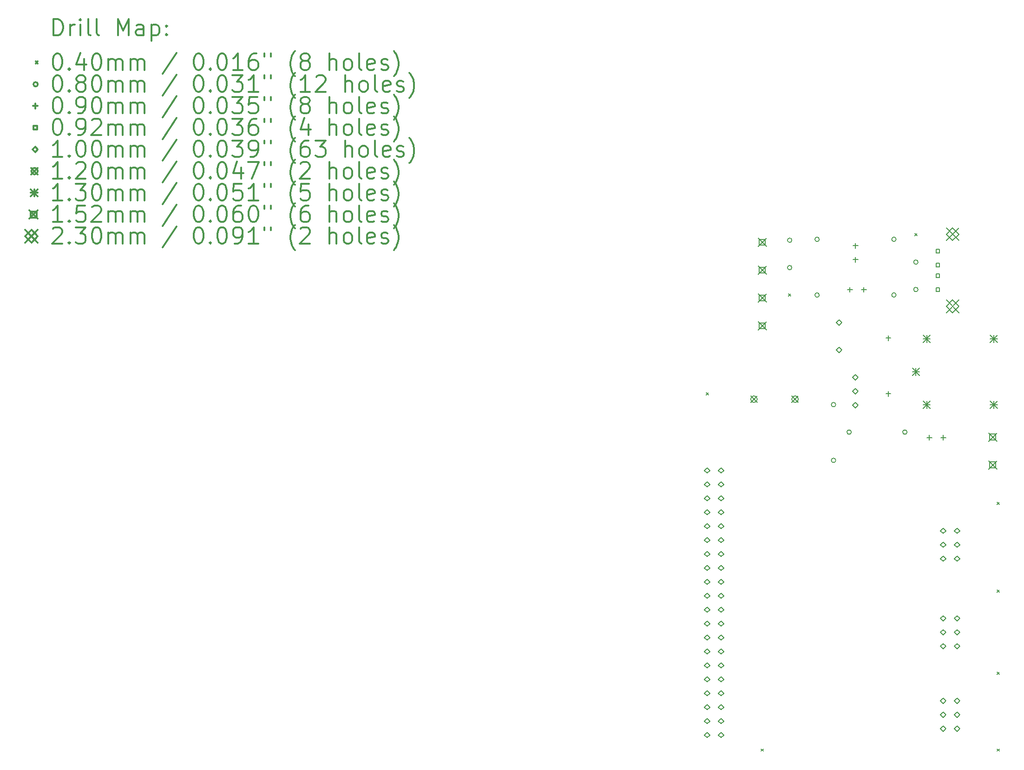
<source format=gbr>
%FSLAX45Y45*%
G04 Gerber Fmt 4.5, Leading zero omitted, Abs format (unit mm)*
G04 Created by KiCad (PCBNEW 5.1.8) date 2021-02-12 19:11:22*
%MOMM*%
%LPD*%
G01*
G04 APERTURE LIST*
%ADD10C,0.200000*%
%ADD11C,0.300000*%
G04 APERTURE END LIST*
D10*
X12180000Y-6980000D02*
X12220000Y-7020000D01*
X12220000Y-6980000D02*
X12180000Y-7020000D01*
X13180000Y-13480000D02*
X13220000Y-13520000D01*
X13220000Y-13480000D02*
X13180000Y-13520000D01*
X13680000Y-5180000D02*
X13720000Y-5220000D01*
X13720000Y-5180000D02*
X13680000Y-5220000D01*
X15980000Y-4080000D02*
X16020000Y-4120000D01*
X16020000Y-4080000D02*
X15980000Y-4120000D01*
X17480000Y-8980000D02*
X17520000Y-9020000D01*
X17520000Y-8980000D02*
X17480000Y-9020000D01*
X17480000Y-10580000D02*
X17520000Y-10620000D01*
X17520000Y-10580000D02*
X17480000Y-10620000D01*
X17480000Y-12080000D02*
X17520000Y-12120000D01*
X17520000Y-12080000D02*
X17480000Y-12120000D01*
X17480000Y-13480000D02*
X17520000Y-13520000D01*
X17520000Y-13480000D02*
X17480000Y-13520000D01*
X14824000Y-7700000D02*
G75*
G03*
X14824000Y-7700000I-40000J0D01*
G01*
X15840000Y-7700000D02*
G75*
G03*
X15840000Y-7700000I-40000J0D01*
G01*
X13740000Y-4200000D02*
G75*
G03*
X13740000Y-4200000I-40000J0D01*
G01*
X13740000Y-4700000D02*
G75*
G03*
X13740000Y-4700000I-40000J0D01*
G01*
X14240000Y-4184000D02*
G75*
G03*
X14240000Y-4184000I-40000J0D01*
G01*
X14240000Y-5200000D02*
G75*
G03*
X14240000Y-5200000I-40000J0D01*
G01*
X15640000Y-4184000D02*
G75*
G03*
X15640000Y-4184000I-40000J0D01*
G01*
X15640000Y-5200000D02*
G75*
G03*
X15640000Y-5200000I-40000J0D01*
G01*
X14540000Y-7200000D02*
G75*
G03*
X14540000Y-7200000I-40000J0D01*
G01*
X14540000Y-8216000D02*
G75*
G03*
X14540000Y-8216000I-40000J0D01*
G01*
X16040000Y-4600000D02*
G75*
G03*
X16040000Y-4600000I-40000J0D01*
G01*
X16040000Y-5100000D02*
G75*
G03*
X16040000Y-5100000I-40000J0D01*
G01*
X15500000Y-5939000D02*
X15500000Y-6029000D01*
X15455000Y-5984000D02*
X15545000Y-5984000D01*
X15500000Y-6955000D02*
X15500000Y-7045000D01*
X15455000Y-7000000D02*
X15545000Y-7000000D01*
X14800000Y-5055000D02*
X14800000Y-5145000D01*
X14755000Y-5100000D02*
X14845000Y-5100000D01*
X15054000Y-5055000D02*
X15054000Y-5145000D01*
X15009000Y-5100000D02*
X15099000Y-5100000D01*
X14900000Y-4255000D02*
X14900000Y-4345000D01*
X14855000Y-4300000D02*
X14945000Y-4300000D01*
X14900000Y-4509000D02*
X14900000Y-4599000D01*
X14855000Y-4554000D02*
X14945000Y-4554000D01*
X16246000Y-7755000D02*
X16246000Y-7845000D01*
X16201000Y-7800000D02*
X16291000Y-7800000D01*
X16500000Y-7755000D02*
X16500000Y-7845000D01*
X16455000Y-7800000D02*
X16545000Y-7800000D01*
X16432527Y-4432527D02*
X16432527Y-4367473D01*
X16367473Y-4367473D01*
X16367473Y-4432527D01*
X16432527Y-4432527D01*
X16432527Y-4682527D02*
X16432527Y-4617473D01*
X16367473Y-4617473D01*
X16367473Y-4682527D01*
X16432527Y-4682527D01*
X16432527Y-4882527D02*
X16432527Y-4817473D01*
X16367473Y-4817473D01*
X16367473Y-4882527D01*
X16432527Y-4882527D01*
X16432527Y-5132527D02*
X16432527Y-5067473D01*
X16367473Y-5067473D01*
X16367473Y-5132527D01*
X16432527Y-5132527D01*
X16500000Y-12650000D02*
X16550000Y-12600000D01*
X16500000Y-12550000D01*
X16450000Y-12600000D01*
X16500000Y-12650000D01*
X16500000Y-12904000D02*
X16550000Y-12854000D01*
X16500000Y-12804000D01*
X16450000Y-12854000D01*
X16500000Y-12904000D01*
X16500000Y-13158000D02*
X16550000Y-13108000D01*
X16500000Y-13058000D01*
X16450000Y-13108000D01*
X16500000Y-13158000D01*
X16754000Y-12650000D02*
X16804000Y-12600000D01*
X16754000Y-12550000D01*
X16704000Y-12600000D01*
X16754000Y-12650000D01*
X16754000Y-12904000D02*
X16804000Y-12854000D01*
X16754000Y-12804000D01*
X16704000Y-12854000D01*
X16754000Y-12904000D01*
X16754000Y-13158000D02*
X16804000Y-13108000D01*
X16754000Y-13058000D01*
X16704000Y-13108000D01*
X16754000Y-13158000D01*
X12200000Y-8450000D02*
X12250000Y-8400000D01*
X12200000Y-8350000D01*
X12150000Y-8400000D01*
X12200000Y-8450000D01*
X12200000Y-8704000D02*
X12250000Y-8654000D01*
X12200000Y-8604000D01*
X12150000Y-8654000D01*
X12200000Y-8704000D01*
X12200000Y-8958000D02*
X12250000Y-8908000D01*
X12200000Y-8858000D01*
X12150000Y-8908000D01*
X12200000Y-8958000D01*
X12200000Y-9212000D02*
X12250000Y-9162000D01*
X12200000Y-9112000D01*
X12150000Y-9162000D01*
X12200000Y-9212000D01*
X12200000Y-9466000D02*
X12250000Y-9416000D01*
X12200000Y-9366000D01*
X12150000Y-9416000D01*
X12200000Y-9466000D01*
X12200000Y-9720000D02*
X12250000Y-9670000D01*
X12200000Y-9620000D01*
X12150000Y-9670000D01*
X12200000Y-9720000D01*
X12200000Y-9974000D02*
X12250000Y-9924000D01*
X12200000Y-9874000D01*
X12150000Y-9924000D01*
X12200000Y-9974000D01*
X12200000Y-10228000D02*
X12250000Y-10178000D01*
X12200000Y-10128000D01*
X12150000Y-10178000D01*
X12200000Y-10228000D01*
X12200000Y-10482000D02*
X12250000Y-10432000D01*
X12200000Y-10382000D01*
X12150000Y-10432000D01*
X12200000Y-10482000D01*
X12200000Y-10736000D02*
X12250000Y-10686000D01*
X12200000Y-10636000D01*
X12150000Y-10686000D01*
X12200000Y-10736000D01*
X12200000Y-10990000D02*
X12250000Y-10940000D01*
X12200000Y-10890000D01*
X12150000Y-10940000D01*
X12200000Y-10990000D01*
X12200000Y-11244000D02*
X12250000Y-11194000D01*
X12200000Y-11144000D01*
X12150000Y-11194000D01*
X12200000Y-11244000D01*
X12200000Y-11498000D02*
X12250000Y-11448000D01*
X12200000Y-11398000D01*
X12150000Y-11448000D01*
X12200000Y-11498000D01*
X12200000Y-11752000D02*
X12250000Y-11702000D01*
X12200000Y-11652000D01*
X12150000Y-11702000D01*
X12200000Y-11752000D01*
X12200000Y-12006000D02*
X12250000Y-11956000D01*
X12200000Y-11906000D01*
X12150000Y-11956000D01*
X12200000Y-12006000D01*
X12200000Y-12260000D02*
X12250000Y-12210000D01*
X12200000Y-12160000D01*
X12150000Y-12210000D01*
X12200000Y-12260000D01*
X12200000Y-12514000D02*
X12250000Y-12464000D01*
X12200000Y-12414000D01*
X12150000Y-12464000D01*
X12200000Y-12514000D01*
X12200000Y-12768000D02*
X12250000Y-12718000D01*
X12200000Y-12668000D01*
X12150000Y-12718000D01*
X12200000Y-12768000D01*
X12200000Y-13022000D02*
X12250000Y-12972000D01*
X12200000Y-12922000D01*
X12150000Y-12972000D01*
X12200000Y-13022000D01*
X12200000Y-13276000D02*
X12250000Y-13226000D01*
X12200000Y-13176000D01*
X12150000Y-13226000D01*
X12200000Y-13276000D01*
X12454000Y-8450000D02*
X12504000Y-8400000D01*
X12454000Y-8350000D01*
X12404000Y-8400000D01*
X12454000Y-8450000D01*
X12454000Y-8704000D02*
X12504000Y-8654000D01*
X12454000Y-8604000D01*
X12404000Y-8654000D01*
X12454000Y-8704000D01*
X12454000Y-8958000D02*
X12504000Y-8908000D01*
X12454000Y-8858000D01*
X12404000Y-8908000D01*
X12454000Y-8958000D01*
X12454000Y-9212000D02*
X12504000Y-9162000D01*
X12454000Y-9112000D01*
X12404000Y-9162000D01*
X12454000Y-9212000D01*
X12454000Y-9466000D02*
X12504000Y-9416000D01*
X12454000Y-9366000D01*
X12404000Y-9416000D01*
X12454000Y-9466000D01*
X12454000Y-9720000D02*
X12504000Y-9670000D01*
X12454000Y-9620000D01*
X12404000Y-9670000D01*
X12454000Y-9720000D01*
X12454000Y-9974000D02*
X12504000Y-9924000D01*
X12454000Y-9874000D01*
X12404000Y-9924000D01*
X12454000Y-9974000D01*
X12454000Y-10228000D02*
X12504000Y-10178000D01*
X12454000Y-10128000D01*
X12404000Y-10178000D01*
X12454000Y-10228000D01*
X12454000Y-10482000D02*
X12504000Y-10432000D01*
X12454000Y-10382000D01*
X12404000Y-10432000D01*
X12454000Y-10482000D01*
X12454000Y-10736000D02*
X12504000Y-10686000D01*
X12454000Y-10636000D01*
X12404000Y-10686000D01*
X12454000Y-10736000D01*
X12454000Y-10990000D02*
X12504000Y-10940000D01*
X12454000Y-10890000D01*
X12404000Y-10940000D01*
X12454000Y-10990000D01*
X12454000Y-11244000D02*
X12504000Y-11194000D01*
X12454000Y-11144000D01*
X12404000Y-11194000D01*
X12454000Y-11244000D01*
X12454000Y-11498000D02*
X12504000Y-11448000D01*
X12454000Y-11398000D01*
X12404000Y-11448000D01*
X12454000Y-11498000D01*
X12454000Y-11752000D02*
X12504000Y-11702000D01*
X12454000Y-11652000D01*
X12404000Y-11702000D01*
X12454000Y-11752000D01*
X12454000Y-12006000D02*
X12504000Y-11956000D01*
X12454000Y-11906000D01*
X12404000Y-11956000D01*
X12454000Y-12006000D01*
X12454000Y-12260000D02*
X12504000Y-12210000D01*
X12454000Y-12160000D01*
X12404000Y-12210000D01*
X12454000Y-12260000D01*
X12454000Y-12514000D02*
X12504000Y-12464000D01*
X12454000Y-12414000D01*
X12404000Y-12464000D01*
X12454000Y-12514000D01*
X12454000Y-12768000D02*
X12504000Y-12718000D01*
X12454000Y-12668000D01*
X12404000Y-12718000D01*
X12454000Y-12768000D01*
X12454000Y-13022000D02*
X12504000Y-12972000D01*
X12454000Y-12922000D01*
X12404000Y-12972000D01*
X12454000Y-13022000D01*
X12454000Y-13276000D02*
X12504000Y-13226000D01*
X12454000Y-13176000D01*
X12404000Y-13226000D01*
X12454000Y-13276000D01*
X14900000Y-6750000D02*
X14950000Y-6700000D01*
X14900000Y-6650000D01*
X14850000Y-6700000D01*
X14900000Y-6750000D01*
X14900000Y-7004000D02*
X14950000Y-6954000D01*
X14900000Y-6904000D01*
X14850000Y-6954000D01*
X14900000Y-7004000D01*
X14900000Y-7258000D02*
X14950000Y-7208000D01*
X14900000Y-7158000D01*
X14850000Y-7208000D01*
X14900000Y-7258000D01*
X16500000Y-11150000D02*
X16550000Y-11100000D01*
X16500000Y-11050000D01*
X16450000Y-11100000D01*
X16500000Y-11150000D01*
X16500000Y-11404000D02*
X16550000Y-11354000D01*
X16500000Y-11304000D01*
X16450000Y-11354000D01*
X16500000Y-11404000D01*
X16500000Y-11658000D02*
X16550000Y-11608000D01*
X16500000Y-11558000D01*
X16450000Y-11608000D01*
X16500000Y-11658000D01*
X16754000Y-11150000D02*
X16804000Y-11100000D01*
X16754000Y-11050000D01*
X16704000Y-11100000D01*
X16754000Y-11150000D01*
X16754000Y-11404000D02*
X16804000Y-11354000D01*
X16754000Y-11304000D01*
X16704000Y-11354000D01*
X16754000Y-11404000D01*
X16754000Y-11658000D02*
X16804000Y-11608000D01*
X16754000Y-11558000D01*
X16704000Y-11608000D01*
X16754000Y-11658000D01*
X16500000Y-9550000D02*
X16550000Y-9500000D01*
X16500000Y-9450000D01*
X16450000Y-9500000D01*
X16500000Y-9550000D01*
X16500000Y-9804000D02*
X16550000Y-9754000D01*
X16500000Y-9704000D01*
X16450000Y-9754000D01*
X16500000Y-9804000D01*
X16500000Y-10058000D02*
X16550000Y-10008000D01*
X16500000Y-9958000D01*
X16450000Y-10008000D01*
X16500000Y-10058000D01*
X16754000Y-9550000D02*
X16804000Y-9500000D01*
X16754000Y-9450000D01*
X16704000Y-9500000D01*
X16754000Y-9550000D01*
X16754000Y-9804000D02*
X16804000Y-9754000D01*
X16754000Y-9704000D01*
X16704000Y-9754000D01*
X16754000Y-9804000D01*
X16754000Y-10058000D02*
X16804000Y-10008000D01*
X16754000Y-9958000D01*
X16704000Y-10008000D01*
X16754000Y-10058000D01*
X14600000Y-5750000D02*
X14650000Y-5700000D01*
X14600000Y-5650000D01*
X14550000Y-5700000D01*
X14600000Y-5750000D01*
X14600000Y-6250000D02*
X14650000Y-6200000D01*
X14600000Y-6150000D01*
X14550000Y-6200000D01*
X14600000Y-6250000D01*
X12990000Y-7040000D02*
X13110000Y-7160000D01*
X13110000Y-7040000D02*
X12990000Y-7160000D01*
X13110000Y-7100000D02*
G75*
G03*
X13110000Y-7100000I-60000J0D01*
G01*
X13740000Y-7040000D02*
X13860000Y-7160000D01*
X13860000Y-7040000D02*
X13740000Y-7160000D01*
X13860000Y-7100000D02*
G75*
G03*
X13860000Y-7100000I-60000J0D01*
G01*
X15935000Y-6535000D02*
X16065000Y-6665000D01*
X16065000Y-6535000D02*
X15935000Y-6665000D01*
X16000000Y-6535000D02*
X16000000Y-6665000D01*
X15935000Y-6600000D02*
X16065000Y-6600000D01*
X16135000Y-5935000D02*
X16265000Y-6065000D01*
X16265000Y-5935000D02*
X16135000Y-6065000D01*
X16200000Y-5935000D02*
X16200000Y-6065000D01*
X16135000Y-6000000D02*
X16265000Y-6000000D01*
X16135000Y-7135000D02*
X16265000Y-7265000D01*
X16265000Y-7135000D02*
X16135000Y-7265000D01*
X16200000Y-7135000D02*
X16200000Y-7265000D01*
X16135000Y-7200000D02*
X16265000Y-7200000D01*
X17355000Y-5935000D02*
X17485000Y-6065000D01*
X17485000Y-5935000D02*
X17355000Y-6065000D01*
X17420000Y-5935000D02*
X17420000Y-6065000D01*
X17355000Y-6000000D02*
X17485000Y-6000000D01*
X17355000Y-7135000D02*
X17485000Y-7265000D01*
X17485000Y-7135000D02*
X17355000Y-7265000D01*
X17420000Y-7135000D02*
X17420000Y-7265000D01*
X17355000Y-7200000D02*
X17485000Y-7200000D01*
X13126000Y-4162000D02*
X13278000Y-4314000D01*
X13278000Y-4162000D02*
X13126000Y-4314000D01*
X13255741Y-4291741D02*
X13255741Y-4184259D01*
X13148259Y-4184259D01*
X13148259Y-4291741D01*
X13255741Y-4291741D01*
X13126000Y-4670000D02*
X13278000Y-4822000D01*
X13278000Y-4670000D02*
X13126000Y-4822000D01*
X13255741Y-4799741D02*
X13255741Y-4692259D01*
X13148259Y-4692259D01*
X13148259Y-4799741D01*
X13255741Y-4799741D01*
X13126000Y-5178000D02*
X13278000Y-5330000D01*
X13278000Y-5178000D02*
X13126000Y-5330000D01*
X13255741Y-5307741D02*
X13255741Y-5200259D01*
X13148259Y-5200259D01*
X13148259Y-5307741D01*
X13255741Y-5307741D01*
X13126000Y-5686000D02*
X13278000Y-5838000D01*
X13278000Y-5686000D02*
X13126000Y-5838000D01*
X13255741Y-5815741D02*
X13255741Y-5708259D01*
X13148259Y-5708259D01*
X13148259Y-5815741D01*
X13255741Y-5815741D01*
X17324000Y-7716000D02*
X17476000Y-7868000D01*
X17476000Y-7716000D02*
X17324000Y-7868000D01*
X17453741Y-7845741D02*
X17453741Y-7738259D01*
X17346259Y-7738259D01*
X17346259Y-7845741D01*
X17453741Y-7845741D01*
X17324000Y-8224000D02*
X17476000Y-8376000D01*
X17476000Y-8224000D02*
X17324000Y-8376000D01*
X17453741Y-8353741D02*
X17453741Y-8246259D01*
X17346259Y-8246259D01*
X17346259Y-8353741D01*
X17453741Y-8353741D01*
X16556000Y-3978000D02*
X16786000Y-4208000D01*
X16786000Y-3978000D02*
X16556000Y-4208000D01*
X16671000Y-4208000D02*
X16786000Y-4093000D01*
X16671000Y-3978000D01*
X16556000Y-4093000D01*
X16671000Y-4208000D01*
X16556000Y-5292000D02*
X16786000Y-5522000D01*
X16786000Y-5292000D02*
X16556000Y-5522000D01*
X16671000Y-5522000D02*
X16786000Y-5407000D01*
X16671000Y-5292000D01*
X16556000Y-5407000D01*
X16671000Y-5522000D01*
D11*
X286429Y-465714D02*
X286429Y-165714D01*
X357857Y-165714D01*
X400714Y-180000D01*
X429286Y-208571D01*
X443571Y-237143D01*
X457857Y-294286D01*
X457857Y-337143D01*
X443571Y-394286D01*
X429286Y-422857D01*
X400714Y-451428D01*
X357857Y-465714D01*
X286429Y-465714D01*
X586429Y-465714D02*
X586429Y-265714D01*
X586429Y-322857D02*
X600714Y-294286D01*
X615000Y-280000D01*
X643571Y-265714D01*
X672143Y-265714D01*
X772143Y-465714D02*
X772143Y-265714D01*
X772143Y-165714D02*
X757857Y-180000D01*
X772143Y-194286D01*
X786428Y-180000D01*
X772143Y-165714D01*
X772143Y-194286D01*
X957857Y-465714D02*
X929286Y-451428D01*
X915000Y-422857D01*
X915000Y-165714D01*
X1115000Y-465714D02*
X1086429Y-451428D01*
X1072143Y-422857D01*
X1072143Y-165714D01*
X1457857Y-465714D02*
X1457857Y-165714D01*
X1557857Y-380000D01*
X1657857Y-165714D01*
X1657857Y-465714D01*
X1929286Y-465714D02*
X1929286Y-308571D01*
X1915000Y-280000D01*
X1886428Y-265714D01*
X1829286Y-265714D01*
X1800714Y-280000D01*
X1929286Y-451428D02*
X1900714Y-465714D01*
X1829286Y-465714D01*
X1800714Y-451428D01*
X1786428Y-422857D01*
X1786428Y-394286D01*
X1800714Y-365714D01*
X1829286Y-351428D01*
X1900714Y-351428D01*
X1929286Y-337143D01*
X2072143Y-265714D02*
X2072143Y-565714D01*
X2072143Y-280000D02*
X2100714Y-265714D01*
X2157857Y-265714D01*
X2186429Y-280000D01*
X2200714Y-294286D01*
X2215000Y-322857D01*
X2215000Y-408571D01*
X2200714Y-437143D01*
X2186429Y-451428D01*
X2157857Y-465714D01*
X2100714Y-465714D01*
X2072143Y-451428D01*
X2343571Y-437143D02*
X2357857Y-451428D01*
X2343571Y-465714D01*
X2329286Y-451428D01*
X2343571Y-437143D01*
X2343571Y-465714D01*
X2343571Y-280000D02*
X2357857Y-294286D01*
X2343571Y-308571D01*
X2329286Y-294286D01*
X2343571Y-280000D01*
X2343571Y-308571D01*
X-40000Y-940000D02*
X0Y-980000D01*
X0Y-940000D02*
X-40000Y-980000D01*
X343571Y-795714D02*
X372143Y-795714D01*
X400714Y-810000D01*
X415000Y-824286D01*
X429286Y-852857D01*
X443571Y-910000D01*
X443571Y-981428D01*
X429286Y-1038571D01*
X415000Y-1067143D01*
X400714Y-1081429D01*
X372143Y-1095714D01*
X343571Y-1095714D01*
X315000Y-1081429D01*
X300714Y-1067143D01*
X286429Y-1038571D01*
X272143Y-981428D01*
X272143Y-910000D01*
X286429Y-852857D01*
X300714Y-824286D01*
X315000Y-810000D01*
X343571Y-795714D01*
X572143Y-1067143D02*
X586429Y-1081429D01*
X572143Y-1095714D01*
X557857Y-1081429D01*
X572143Y-1067143D01*
X572143Y-1095714D01*
X843571Y-895714D02*
X843571Y-1095714D01*
X772143Y-781428D02*
X700714Y-995714D01*
X886428Y-995714D01*
X1057857Y-795714D02*
X1086429Y-795714D01*
X1115000Y-810000D01*
X1129286Y-824286D01*
X1143571Y-852857D01*
X1157857Y-910000D01*
X1157857Y-981428D01*
X1143571Y-1038571D01*
X1129286Y-1067143D01*
X1115000Y-1081429D01*
X1086429Y-1095714D01*
X1057857Y-1095714D01*
X1029286Y-1081429D01*
X1015000Y-1067143D01*
X1000714Y-1038571D01*
X986428Y-981428D01*
X986428Y-910000D01*
X1000714Y-852857D01*
X1015000Y-824286D01*
X1029286Y-810000D01*
X1057857Y-795714D01*
X1286429Y-1095714D02*
X1286429Y-895714D01*
X1286429Y-924286D02*
X1300714Y-910000D01*
X1329286Y-895714D01*
X1372143Y-895714D01*
X1400714Y-910000D01*
X1415000Y-938571D01*
X1415000Y-1095714D01*
X1415000Y-938571D02*
X1429286Y-910000D01*
X1457857Y-895714D01*
X1500714Y-895714D01*
X1529286Y-910000D01*
X1543571Y-938571D01*
X1543571Y-1095714D01*
X1686428Y-1095714D02*
X1686428Y-895714D01*
X1686428Y-924286D02*
X1700714Y-910000D01*
X1729286Y-895714D01*
X1772143Y-895714D01*
X1800714Y-910000D01*
X1815000Y-938571D01*
X1815000Y-1095714D01*
X1815000Y-938571D02*
X1829286Y-910000D01*
X1857857Y-895714D01*
X1900714Y-895714D01*
X1929286Y-910000D01*
X1943571Y-938571D01*
X1943571Y-1095714D01*
X2529286Y-781428D02*
X2272143Y-1167143D01*
X2915000Y-795714D02*
X2943571Y-795714D01*
X2972143Y-810000D01*
X2986428Y-824286D01*
X3000714Y-852857D01*
X3015000Y-910000D01*
X3015000Y-981428D01*
X3000714Y-1038571D01*
X2986428Y-1067143D01*
X2972143Y-1081429D01*
X2943571Y-1095714D01*
X2915000Y-1095714D01*
X2886428Y-1081429D01*
X2872143Y-1067143D01*
X2857857Y-1038571D01*
X2843571Y-981428D01*
X2843571Y-910000D01*
X2857857Y-852857D01*
X2872143Y-824286D01*
X2886428Y-810000D01*
X2915000Y-795714D01*
X3143571Y-1067143D02*
X3157857Y-1081429D01*
X3143571Y-1095714D01*
X3129286Y-1081429D01*
X3143571Y-1067143D01*
X3143571Y-1095714D01*
X3343571Y-795714D02*
X3372143Y-795714D01*
X3400714Y-810000D01*
X3415000Y-824286D01*
X3429286Y-852857D01*
X3443571Y-910000D01*
X3443571Y-981428D01*
X3429286Y-1038571D01*
X3415000Y-1067143D01*
X3400714Y-1081429D01*
X3372143Y-1095714D01*
X3343571Y-1095714D01*
X3315000Y-1081429D01*
X3300714Y-1067143D01*
X3286428Y-1038571D01*
X3272143Y-981428D01*
X3272143Y-910000D01*
X3286428Y-852857D01*
X3300714Y-824286D01*
X3315000Y-810000D01*
X3343571Y-795714D01*
X3729286Y-1095714D02*
X3557857Y-1095714D01*
X3643571Y-1095714D02*
X3643571Y-795714D01*
X3615000Y-838571D01*
X3586428Y-867143D01*
X3557857Y-881428D01*
X3986428Y-795714D02*
X3929286Y-795714D01*
X3900714Y-810000D01*
X3886428Y-824286D01*
X3857857Y-867143D01*
X3843571Y-924286D01*
X3843571Y-1038571D01*
X3857857Y-1067143D01*
X3872143Y-1081429D01*
X3900714Y-1095714D01*
X3957857Y-1095714D01*
X3986428Y-1081429D01*
X4000714Y-1067143D01*
X4015000Y-1038571D01*
X4015000Y-967143D01*
X4000714Y-938571D01*
X3986428Y-924286D01*
X3957857Y-910000D01*
X3900714Y-910000D01*
X3872143Y-924286D01*
X3857857Y-938571D01*
X3843571Y-967143D01*
X4129286Y-795714D02*
X4129286Y-852857D01*
X4243571Y-795714D02*
X4243571Y-852857D01*
X4686429Y-1210000D02*
X4672143Y-1195714D01*
X4643571Y-1152857D01*
X4629286Y-1124286D01*
X4615000Y-1081429D01*
X4600714Y-1010000D01*
X4600714Y-952857D01*
X4615000Y-881428D01*
X4629286Y-838571D01*
X4643571Y-810000D01*
X4672143Y-767143D01*
X4686429Y-752857D01*
X4843571Y-924286D02*
X4815000Y-910000D01*
X4800714Y-895714D01*
X4786429Y-867143D01*
X4786429Y-852857D01*
X4800714Y-824286D01*
X4815000Y-810000D01*
X4843571Y-795714D01*
X4900714Y-795714D01*
X4929286Y-810000D01*
X4943571Y-824286D01*
X4957857Y-852857D01*
X4957857Y-867143D01*
X4943571Y-895714D01*
X4929286Y-910000D01*
X4900714Y-924286D01*
X4843571Y-924286D01*
X4815000Y-938571D01*
X4800714Y-952857D01*
X4786429Y-981428D01*
X4786429Y-1038571D01*
X4800714Y-1067143D01*
X4815000Y-1081429D01*
X4843571Y-1095714D01*
X4900714Y-1095714D01*
X4929286Y-1081429D01*
X4943571Y-1067143D01*
X4957857Y-1038571D01*
X4957857Y-981428D01*
X4943571Y-952857D01*
X4929286Y-938571D01*
X4900714Y-924286D01*
X5315000Y-1095714D02*
X5315000Y-795714D01*
X5443571Y-1095714D02*
X5443571Y-938571D01*
X5429286Y-910000D01*
X5400714Y-895714D01*
X5357857Y-895714D01*
X5329286Y-910000D01*
X5315000Y-924286D01*
X5629286Y-1095714D02*
X5600714Y-1081429D01*
X5586429Y-1067143D01*
X5572143Y-1038571D01*
X5572143Y-952857D01*
X5586429Y-924286D01*
X5600714Y-910000D01*
X5629286Y-895714D01*
X5672143Y-895714D01*
X5700714Y-910000D01*
X5715000Y-924286D01*
X5729286Y-952857D01*
X5729286Y-1038571D01*
X5715000Y-1067143D01*
X5700714Y-1081429D01*
X5672143Y-1095714D01*
X5629286Y-1095714D01*
X5900714Y-1095714D02*
X5872143Y-1081429D01*
X5857857Y-1052857D01*
X5857857Y-795714D01*
X6129286Y-1081429D02*
X6100714Y-1095714D01*
X6043571Y-1095714D01*
X6015000Y-1081429D01*
X6000714Y-1052857D01*
X6000714Y-938571D01*
X6015000Y-910000D01*
X6043571Y-895714D01*
X6100714Y-895714D01*
X6129286Y-910000D01*
X6143571Y-938571D01*
X6143571Y-967143D01*
X6000714Y-995714D01*
X6257857Y-1081429D02*
X6286428Y-1095714D01*
X6343571Y-1095714D01*
X6372143Y-1081429D01*
X6386428Y-1052857D01*
X6386428Y-1038571D01*
X6372143Y-1010000D01*
X6343571Y-995714D01*
X6300714Y-995714D01*
X6272143Y-981428D01*
X6257857Y-952857D01*
X6257857Y-938571D01*
X6272143Y-910000D01*
X6300714Y-895714D01*
X6343571Y-895714D01*
X6372143Y-910000D01*
X6486428Y-1210000D02*
X6500714Y-1195714D01*
X6529286Y-1152857D01*
X6543571Y-1124286D01*
X6557857Y-1081429D01*
X6572143Y-1010000D01*
X6572143Y-952857D01*
X6557857Y-881428D01*
X6543571Y-838571D01*
X6529286Y-810000D01*
X6500714Y-767143D01*
X6486428Y-752857D01*
X0Y-1356000D02*
G75*
G03*
X0Y-1356000I-40000J0D01*
G01*
X343571Y-1191714D02*
X372143Y-1191714D01*
X400714Y-1206000D01*
X415000Y-1220286D01*
X429286Y-1248857D01*
X443571Y-1306000D01*
X443571Y-1377429D01*
X429286Y-1434571D01*
X415000Y-1463143D01*
X400714Y-1477428D01*
X372143Y-1491714D01*
X343571Y-1491714D01*
X315000Y-1477428D01*
X300714Y-1463143D01*
X286429Y-1434571D01*
X272143Y-1377429D01*
X272143Y-1306000D01*
X286429Y-1248857D01*
X300714Y-1220286D01*
X315000Y-1206000D01*
X343571Y-1191714D01*
X572143Y-1463143D02*
X586429Y-1477428D01*
X572143Y-1491714D01*
X557857Y-1477428D01*
X572143Y-1463143D01*
X572143Y-1491714D01*
X757857Y-1320286D02*
X729286Y-1306000D01*
X715000Y-1291714D01*
X700714Y-1263143D01*
X700714Y-1248857D01*
X715000Y-1220286D01*
X729286Y-1206000D01*
X757857Y-1191714D01*
X815000Y-1191714D01*
X843571Y-1206000D01*
X857857Y-1220286D01*
X872143Y-1248857D01*
X872143Y-1263143D01*
X857857Y-1291714D01*
X843571Y-1306000D01*
X815000Y-1320286D01*
X757857Y-1320286D01*
X729286Y-1334571D01*
X715000Y-1348857D01*
X700714Y-1377429D01*
X700714Y-1434571D01*
X715000Y-1463143D01*
X729286Y-1477428D01*
X757857Y-1491714D01*
X815000Y-1491714D01*
X843571Y-1477428D01*
X857857Y-1463143D01*
X872143Y-1434571D01*
X872143Y-1377429D01*
X857857Y-1348857D01*
X843571Y-1334571D01*
X815000Y-1320286D01*
X1057857Y-1191714D02*
X1086429Y-1191714D01*
X1115000Y-1206000D01*
X1129286Y-1220286D01*
X1143571Y-1248857D01*
X1157857Y-1306000D01*
X1157857Y-1377429D01*
X1143571Y-1434571D01*
X1129286Y-1463143D01*
X1115000Y-1477428D01*
X1086429Y-1491714D01*
X1057857Y-1491714D01*
X1029286Y-1477428D01*
X1015000Y-1463143D01*
X1000714Y-1434571D01*
X986428Y-1377429D01*
X986428Y-1306000D01*
X1000714Y-1248857D01*
X1015000Y-1220286D01*
X1029286Y-1206000D01*
X1057857Y-1191714D01*
X1286429Y-1491714D02*
X1286429Y-1291714D01*
X1286429Y-1320286D02*
X1300714Y-1306000D01*
X1329286Y-1291714D01*
X1372143Y-1291714D01*
X1400714Y-1306000D01*
X1415000Y-1334571D01*
X1415000Y-1491714D01*
X1415000Y-1334571D02*
X1429286Y-1306000D01*
X1457857Y-1291714D01*
X1500714Y-1291714D01*
X1529286Y-1306000D01*
X1543571Y-1334571D01*
X1543571Y-1491714D01*
X1686428Y-1491714D02*
X1686428Y-1291714D01*
X1686428Y-1320286D02*
X1700714Y-1306000D01*
X1729286Y-1291714D01*
X1772143Y-1291714D01*
X1800714Y-1306000D01*
X1815000Y-1334571D01*
X1815000Y-1491714D01*
X1815000Y-1334571D02*
X1829286Y-1306000D01*
X1857857Y-1291714D01*
X1900714Y-1291714D01*
X1929286Y-1306000D01*
X1943571Y-1334571D01*
X1943571Y-1491714D01*
X2529286Y-1177429D02*
X2272143Y-1563143D01*
X2915000Y-1191714D02*
X2943571Y-1191714D01*
X2972143Y-1206000D01*
X2986428Y-1220286D01*
X3000714Y-1248857D01*
X3015000Y-1306000D01*
X3015000Y-1377429D01*
X3000714Y-1434571D01*
X2986428Y-1463143D01*
X2972143Y-1477428D01*
X2943571Y-1491714D01*
X2915000Y-1491714D01*
X2886428Y-1477428D01*
X2872143Y-1463143D01*
X2857857Y-1434571D01*
X2843571Y-1377429D01*
X2843571Y-1306000D01*
X2857857Y-1248857D01*
X2872143Y-1220286D01*
X2886428Y-1206000D01*
X2915000Y-1191714D01*
X3143571Y-1463143D02*
X3157857Y-1477428D01*
X3143571Y-1491714D01*
X3129286Y-1477428D01*
X3143571Y-1463143D01*
X3143571Y-1491714D01*
X3343571Y-1191714D02*
X3372143Y-1191714D01*
X3400714Y-1206000D01*
X3415000Y-1220286D01*
X3429286Y-1248857D01*
X3443571Y-1306000D01*
X3443571Y-1377429D01*
X3429286Y-1434571D01*
X3415000Y-1463143D01*
X3400714Y-1477428D01*
X3372143Y-1491714D01*
X3343571Y-1491714D01*
X3315000Y-1477428D01*
X3300714Y-1463143D01*
X3286428Y-1434571D01*
X3272143Y-1377429D01*
X3272143Y-1306000D01*
X3286428Y-1248857D01*
X3300714Y-1220286D01*
X3315000Y-1206000D01*
X3343571Y-1191714D01*
X3543571Y-1191714D02*
X3729286Y-1191714D01*
X3629286Y-1306000D01*
X3672143Y-1306000D01*
X3700714Y-1320286D01*
X3715000Y-1334571D01*
X3729286Y-1363143D01*
X3729286Y-1434571D01*
X3715000Y-1463143D01*
X3700714Y-1477428D01*
X3672143Y-1491714D01*
X3586428Y-1491714D01*
X3557857Y-1477428D01*
X3543571Y-1463143D01*
X4015000Y-1491714D02*
X3843571Y-1491714D01*
X3929286Y-1491714D02*
X3929286Y-1191714D01*
X3900714Y-1234571D01*
X3872143Y-1263143D01*
X3843571Y-1277429D01*
X4129286Y-1191714D02*
X4129286Y-1248857D01*
X4243571Y-1191714D02*
X4243571Y-1248857D01*
X4686429Y-1606000D02*
X4672143Y-1591714D01*
X4643571Y-1548857D01*
X4629286Y-1520286D01*
X4615000Y-1477428D01*
X4600714Y-1406000D01*
X4600714Y-1348857D01*
X4615000Y-1277429D01*
X4629286Y-1234571D01*
X4643571Y-1206000D01*
X4672143Y-1163143D01*
X4686429Y-1148857D01*
X4957857Y-1491714D02*
X4786429Y-1491714D01*
X4872143Y-1491714D02*
X4872143Y-1191714D01*
X4843571Y-1234571D01*
X4815000Y-1263143D01*
X4786429Y-1277429D01*
X5072143Y-1220286D02*
X5086429Y-1206000D01*
X5115000Y-1191714D01*
X5186429Y-1191714D01*
X5215000Y-1206000D01*
X5229286Y-1220286D01*
X5243571Y-1248857D01*
X5243571Y-1277429D01*
X5229286Y-1320286D01*
X5057857Y-1491714D01*
X5243571Y-1491714D01*
X5600714Y-1491714D02*
X5600714Y-1191714D01*
X5729286Y-1491714D02*
X5729286Y-1334571D01*
X5715000Y-1306000D01*
X5686428Y-1291714D01*
X5643571Y-1291714D01*
X5615000Y-1306000D01*
X5600714Y-1320286D01*
X5915000Y-1491714D02*
X5886428Y-1477428D01*
X5872143Y-1463143D01*
X5857857Y-1434571D01*
X5857857Y-1348857D01*
X5872143Y-1320286D01*
X5886428Y-1306000D01*
X5915000Y-1291714D01*
X5957857Y-1291714D01*
X5986428Y-1306000D01*
X6000714Y-1320286D01*
X6015000Y-1348857D01*
X6015000Y-1434571D01*
X6000714Y-1463143D01*
X5986428Y-1477428D01*
X5957857Y-1491714D01*
X5915000Y-1491714D01*
X6186428Y-1491714D02*
X6157857Y-1477428D01*
X6143571Y-1448857D01*
X6143571Y-1191714D01*
X6415000Y-1477428D02*
X6386428Y-1491714D01*
X6329286Y-1491714D01*
X6300714Y-1477428D01*
X6286428Y-1448857D01*
X6286428Y-1334571D01*
X6300714Y-1306000D01*
X6329286Y-1291714D01*
X6386428Y-1291714D01*
X6415000Y-1306000D01*
X6429286Y-1334571D01*
X6429286Y-1363143D01*
X6286428Y-1391714D01*
X6543571Y-1477428D02*
X6572143Y-1491714D01*
X6629286Y-1491714D01*
X6657857Y-1477428D01*
X6672143Y-1448857D01*
X6672143Y-1434571D01*
X6657857Y-1406000D01*
X6629286Y-1391714D01*
X6586428Y-1391714D01*
X6557857Y-1377429D01*
X6543571Y-1348857D01*
X6543571Y-1334571D01*
X6557857Y-1306000D01*
X6586428Y-1291714D01*
X6629286Y-1291714D01*
X6657857Y-1306000D01*
X6772143Y-1606000D02*
X6786428Y-1591714D01*
X6815000Y-1548857D01*
X6829286Y-1520286D01*
X6843571Y-1477428D01*
X6857857Y-1406000D01*
X6857857Y-1348857D01*
X6843571Y-1277429D01*
X6829286Y-1234571D01*
X6815000Y-1206000D01*
X6786428Y-1163143D01*
X6772143Y-1148857D01*
X-45000Y-1707000D02*
X-45000Y-1797000D01*
X-90000Y-1752000D02*
X0Y-1752000D01*
X343571Y-1587714D02*
X372143Y-1587714D01*
X400714Y-1602000D01*
X415000Y-1616286D01*
X429286Y-1644857D01*
X443571Y-1702000D01*
X443571Y-1773428D01*
X429286Y-1830571D01*
X415000Y-1859143D01*
X400714Y-1873428D01*
X372143Y-1887714D01*
X343571Y-1887714D01*
X315000Y-1873428D01*
X300714Y-1859143D01*
X286429Y-1830571D01*
X272143Y-1773428D01*
X272143Y-1702000D01*
X286429Y-1644857D01*
X300714Y-1616286D01*
X315000Y-1602000D01*
X343571Y-1587714D01*
X572143Y-1859143D02*
X586429Y-1873428D01*
X572143Y-1887714D01*
X557857Y-1873428D01*
X572143Y-1859143D01*
X572143Y-1887714D01*
X729286Y-1887714D02*
X786428Y-1887714D01*
X815000Y-1873428D01*
X829286Y-1859143D01*
X857857Y-1816286D01*
X872143Y-1759143D01*
X872143Y-1644857D01*
X857857Y-1616286D01*
X843571Y-1602000D01*
X815000Y-1587714D01*
X757857Y-1587714D01*
X729286Y-1602000D01*
X715000Y-1616286D01*
X700714Y-1644857D01*
X700714Y-1716286D01*
X715000Y-1744857D01*
X729286Y-1759143D01*
X757857Y-1773428D01*
X815000Y-1773428D01*
X843571Y-1759143D01*
X857857Y-1744857D01*
X872143Y-1716286D01*
X1057857Y-1587714D02*
X1086429Y-1587714D01*
X1115000Y-1602000D01*
X1129286Y-1616286D01*
X1143571Y-1644857D01*
X1157857Y-1702000D01*
X1157857Y-1773428D01*
X1143571Y-1830571D01*
X1129286Y-1859143D01*
X1115000Y-1873428D01*
X1086429Y-1887714D01*
X1057857Y-1887714D01*
X1029286Y-1873428D01*
X1015000Y-1859143D01*
X1000714Y-1830571D01*
X986428Y-1773428D01*
X986428Y-1702000D01*
X1000714Y-1644857D01*
X1015000Y-1616286D01*
X1029286Y-1602000D01*
X1057857Y-1587714D01*
X1286429Y-1887714D02*
X1286429Y-1687714D01*
X1286429Y-1716286D02*
X1300714Y-1702000D01*
X1329286Y-1687714D01*
X1372143Y-1687714D01*
X1400714Y-1702000D01*
X1415000Y-1730571D01*
X1415000Y-1887714D01*
X1415000Y-1730571D02*
X1429286Y-1702000D01*
X1457857Y-1687714D01*
X1500714Y-1687714D01*
X1529286Y-1702000D01*
X1543571Y-1730571D01*
X1543571Y-1887714D01*
X1686428Y-1887714D02*
X1686428Y-1687714D01*
X1686428Y-1716286D02*
X1700714Y-1702000D01*
X1729286Y-1687714D01*
X1772143Y-1687714D01*
X1800714Y-1702000D01*
X1815000Y-1730571D01*
X1815000Y-1887714D01*
X1815000Y-1730571D02*
X1829286Y-1702000D01*
X1857857Y-1687714D01*
X1900714Y-1687714D01*
X1929286Y-1702000D01*
X1943571Y-1730571D01*
X1943571Y-1887714D01*
X2529286Y-1573428D02*
X2272143Y-1959143D01*
X2915000Y-1587714D02*
X2943571Y-1587714D01*
X2972143Y-1602000D01*
X2986428Y-1616286D01*
X3000714Y-1644857D01*
X3015000Y-1702000D01*
X3015000Y-1773428D01*
X3000714Y-1830571D01*
X2986428Y-1859143D01*
X2972143Y-1873428D01*
X2943571Y-1887714D01*
X2915000Y-1887714D01*
X2886428Y-1873428D01*
X2872143Y-1859143D01*
X2857857Y-1830571D01*
X2843571Y-1773428D01*
X2843571Y-1702000D01*
X2857857Y-1644857D01*
X2872143Y-1616286D01*
X2886428Y-1602000D01*
X2915000Y-1587714D01*
X3143571Y-1859143D02*
X3157857Y-1873428D01*
X3143571Y-1887714D01*
X3129286Y-1873428D01*
X3143571Y-1859143D01*
X3143571Y-1887714D01*
X3343571Y-1587714D02*
X3372143Y-1587714D01*
X3400714Y-1602000D01*
X3415000Y-1616286D01*
X3429286Y-1644857D01*
X3443571Y-1702000D01*
X3443571Y-1773428D01*
X3429286Y-1830571D01*
X3415000Y-1859143D01*
X3400714Y-1873428D01*
X3372143Y-1887714D01*
X3343571Y-1887714D01*
X3315000Y-1873428D01*
X3300714Y-1859143D01*
X3286428Y-1830571D01*
X3272143Y-1773428D01*
X3272143Y-1702000D01*
X3286428Y-1644857D01*
X3300714Y-1616286D01*
X3315000Y-1602000D01*
X3343571Y-1587714D01*
X3543571Y-1587714D02*
X3729286Y-1587714D01*
X3629286Y-1702000D01*
X3672143Y-1702000D01*
X3700714Y-1716286D01*
X3715000Y-1730571D01*
X3729286Y-1759143D01*
X3729286Y-1830571D01*
X3715000Y-1859143D01*
X3700714Y-1873428D01*
X3672143Y-1887714D01*
X3586428Y-1887714D01*
X3557857Y-1873428D01*
X3543571Y-1859143D01*
X4000714Y-1587714D02*
X3857857Y-1587714D01*
X3843571Y-1730571D01*
X3857857Y-1716286D01*
X3886428Y-1702000D01*
X3957857Y-1702000D01*
X3986428Y-1716286D01*
X4000714Y-1730571D01*
X4015000Y-1759143D01*
X4015000Y-1830571D01*
X4000714Y-1859143D01*
X3986428Y-1873428D01*
X3957857Y-1887714D01*
X3886428Y-1887714D01*
X3857857Y-1873428D01*
X3843571Y-1859143D01*
X4129286Y-1587714D02*
X4129286Y-1644857D01*
X4243571Y-1587714D02*
X4243571Y-1644857D01*
X4686429Y-2002000D02*
X4672143Y-1987714D01*
X4643571Y-1944857D01*
X4629286Y-1916286D01*
X4615000Y-1873428D01*
X4600714Y-1802000D01*
X4600714Y-1744857D01*
X4615000Y-1673428D01*
X4629286Y-1630571D01*
X4643571Y-1602000D01*
X4672143Y-1559143D01*
X4686429Y-1544857D01*
X4843571Y-1716286D02*
X4815000Y-1702000D01*
X4800714Y-1687714D01*
X4786429Y-1659143D01*
X4786429Y-1644857D01*
X4800714Y-1616286D01*
X4815000Y-1602000D01*
X4843571Y-1587714D01*
X4900714Y-1587714D01*
X4929286Y-1602000D01*
X4943571Y-1616286D01*
X4957857Y-1644857D01*
X4957857Y-1659143D01*
X4943571Y-1687714D01*
X4929286Y-1702000D01*
X4900714Y-1716286D01*
X4843571Y-1716286D01*
X4815000Y-1730571D01*
X4800714Y-1744857D01*
X4786429Y-1773428D01*
X4786429Y-1830571D01*
X4800714Y-1859143D01*
X4815000Y-1873428D01*
X4843571Y-1887714D01*
X4900714Y-1887714D01*
X4929286Y-1873428D01*
X4943571Y-1859143D01*
X4957857Y-1830571D01*
X4957857Y-1773428D01*
X4943571Y-1744857D01*
X4929286Y-1730571D01*
X4900714Y-1716286D01*
X5315000Y-1887714D02*
X5315000Y-1587714D01*
X5443571Y-1887714D02*
X5443571Y-1730571D01*
X5429286Y-1702000D01*
X5400714Y-1687714D01*
X5357857Y-1687714D01*
X5329286Y-1702000D01*
X5315000Y-1716286D01*
X5629286Y-1887714D02*
X5600714Y-1873428D01*
X5586429Y-1859143D01*
X5572143Y-1830571D01*
X5572143Y-1744857D01*
X5586429Y-1716286D01*
X5600714Y-1702000D01*
X5629286Y-1687714D01*
X5672143Y-1687714D01*
X5700714Y-1702000D01*
X5715000Y-1716286D01*
X5729286Y-1744857D01*
X5729286Y-1830571D01*
X5715000Y-1859143D01*
X5700714Y-1873428D01*
X5672143Y-1887714D01*
X5629286Y-1887714D01*
X5900714Y-1887714D02*
X5872143Y-1873428D01*
X5857857Y-1844857D01*
X5857857Y-1587714D01*
X6129286Y-1873428D02*
X6100714Y-1887714D01*
X6043571Y-1887714D01*
X6015000Y-1873428D01*
X6000714Y-1844857D01*
X6000714Y-1730571D01*
X6015000Y-1702000D01*
X6043571Y-1687714D01*
X6100714Y-1687714D01*
X6129286Y-1702000D01*
X6143571Y-1730571D01*
X6143571Y-1759143D01*
X6000714Y-1787714D01*
X6257857Y-1873428D02*
X6286428Y-1887714D01*
X6343571Y-1887714D01*
X6372143Y-1873428D01*
X6386428Y-1844857D01*
X6386428Y-1830571D01*
X6372143Y-1802000D01*
X6343571Y-1787714D01*
X6300714Y-1787714D01*
X6272143Y-1773428D01*
X6257857Y-1744857D01*
X6257857Y-1730571D01*
X6272143Y-1702000D01*
X6300714Y-1687714D01*
X6343571Y-1687714D01*
X6372143Y-1702000D01*
X6486428Y-2002000D02*
X6500714Y-1987714D01*
X6529286Y-1944857D01*
X6543571Y-1916286D01*
X6557857Y-1873428D01*
X6572143Y-1802000D01*
X6572143Y-1744857D01*
X6557857Y-1673428D01*
X6543571Y-1630571D01*
X6529286Y-1602000D01*
X6500714Y-1559143D01*
X6486428Y-1544857D01*
X-13473Y-2180527D02*
X-13473Y-2115473D01*
X-78527Y-2115473D01*
X-78527Y-2180527D01*
X-13473Y-2180527D01*
X343571Y-1983714D02*
X372143Y-1983714D01*
X400714Y-1998000D01*
X415000Y-2012286D01*
X429286Y-2040857D01*
X443571Y-2098000D01*
X443571Y-2169429D01*
X429286Y-2226571D01*
X415000Y-2255143D01*
X400714Y-2269429D01*
X372143Y-2283714D01*
X343571Y-2283714D01*
X315000Y-2269429D01*
X300714Y-2255143D01*
X286429Y-2226571D01*
X272143Y-2169429D01*
X272143Y-2098000D01*
X286429Y-2040857D01*
X300714Y-2012286D01*
X315000Y-1998000D01*
X343571Y-1983714D01*
X572143Y-2255143D02*
X586429Y-2269429D01*
X572143Y-2283714D01*
X557857Y-2269429D01*
X572143Y-2255143D01*
X572143Y-2283714D01*
X729286Y-2283714D02*
X786428Y-2283714D01*
X815000Y-2269429D01*
X829286Y-2255143D01*
X857857Y-2212286D01*
X872143Y-2155143D01*
X872143Y-2040857D01*
X857857Y-2012286D01*
X843571Y-1998000D01*
X815000Y-1983714D01*
X757857Y-1983714D01*
X729286Y-1998000D01*
X715000Y-2012286D01*
X700714Y-2040857D01*
X700714Y-2112286D01*
X715000Y-2140857D01*
X729286Y-2155143D01*
X757857Y-2169429D01*
X815000Y-2169429D01*
X843571Y-2155143D01*
X857857Y-2140857D01*
X872143Y-2112286D01*
X986428Y-2012286D02*
X1000714Y-1998000D01*
X1029286Y-1983714D01*
X1100714Y-1983714D01*
X1129286Y-1998000D01*
X1143571Y-2012286D01*
X1157857Y-2040857D01*
X1157857Y-2069428D01*
X1143571Y-2112286D01*
X972143Y-2283714D01*
X1157857Y-2283714D01*
X1286429Y-2283714D02*
X1286429Y-2083714D01*
X1286429Y-2112286D02*
X1300714Y-2098000D01*
X1329286Y-2083714D01*
X1372143Y-2083714D01*
X1400714Y-2098000D01*
X1415000Y-2126571D01*
X1415000Y-2283714D01*
X1415000Y-2126571D02*
X1429286Y-2098000D01*
X1457857Y-2083714D01*
X1500714Y-2083714D01*
X1529286Y-2098000D01*
X1543571Y-2126571D01*
X1543571Y-2283714D01*
X1686428Y-2283714D02*
X1686428Y-2083714D01*
X1686428Y-2112286D02*
X1700714Y-2098000D01*
X1729286Y-2083714D01*
X1772143Y-2083714D01*
X1800714Y-2098000D01*
X1815000Y-2126571D01*
X1815000Y-2283714D01*
X1815000Y-2126571D02*
X1829286Y-2098000D01*
X1857857Y-2083714D01*
X1900714Y-2083714D01*
X1929286Y-2098000D01*
X1943571Y-2126571D01*
X1943571Y-2283714D01*
X2529286Y-1969428D02*
X2272143Y-2355143D01*
X2915000Y-1983714D02*
X2943571Y-1983714D01*
X2972143Y-1998000D01*
X2986428Y-2012286D01*
X3000714Y-2040857D01*
X3015000Y-2098000D01*
X3015000Y-2169429D01*
X3000714Y-2226571D01*
X2986428Y-2255143D01*
X2972143Y-2269429D01*
X2943571Y-2283714D01*
X2915000Y-2283714D01*
X2886428Y-2269429D01*
X2872143Y-2255143D01*
X2857857Y-2226571D01*
X2843571Y-2169429D01*
X2843571Y-2098000D01*
X2857857Y-2040857D01*
X2872143Y-2012286D01*
X2886428Y-1998000D01*
X2915000Y-1983714D01*
X3143571Y-2255143D02*
X3157857Y-2269429D01*
X3143571Y-2283714D01*
X3129286Y-2269429D01*
X3143571Y-2255143D01*
X3143571Y-2283714D01*
X3343571Y-1983714D02*
X3372143Y-1983714D01*
X3400714Y-1998000D01*
X3415000Y-2012286D01*
X3429286Y-2040857D01*
X3443571Y-2098000D01*
X3443571Y-2169429D01*
X3429286Y-2226571D01*
X3415000Y-2255143D01*
X3400714Y-2269429D01*
X3372143Y-2283714D01*
X3343571Y-2283714D01*
X3315000Y-2269429D01*
X3300714Y-2255143D01*
X3286428Y-2226571D01*
X3272143Y-2169429D01*
X3272143Y-2098000D01*
X3286428Y-2040857D01*
X3300714Y-2012286D01*
X3315000Y-1998000D01*
X3343571Y-1983714D01*
X3543571Y-1983714D02*
X3729286Y-1983714D01*
X3629286Y-2098000D01*
X3672143Y-2098000D01*
X3700714Y-2112286D01*
X3715000Y-2126571D01*
X3729286Y-2155143D01*
X3729286Y-2226571D01*
X3715000Y-2255143D01*
X3700714Y-2269429D01*
X3672143Y-2283714D01*
X3586428Y-2283714D01*
X3557857Y-2269429D01*
X3543571Y-2255143D01*
X3986428Y-1983714D02*
X3929286Y-1983714D01*
X3900714Y-1998000D01*
X3886428Y-2012286D01*
X3857857Y-2055143D01*
X3843571Y-2112286D01*
X3843571Y-2226571D01*
X3857857Y-2255143D01*
X3872143Y-2269429D01*
X3900714Y-2283714D01*
X3957857Y-2283714D01*
X3986428Y-2269429D01*
X4000714Y-2255143D01*
X4015000Y-2226571D01*
X4015000Y-2155143D01*
X4000714Y-2126571D01*
X3986428Y-2112286D01*
X3957857Y-2098000D01*
X3900714Y-2098000D01*
X3872143Y-2112286D01*
X3857857Y-2126571D01*
X3843571Y-2155143D01*
X4129286Y-1983714D02*
X4129286Y-2040857D01*
X4243571Y-1983714D02*
X4243571Y-2040857D01*
X4686429Y-2398000D02*
X4672143Y-2383714D01*
X4643571Y-2340857D01*
X4629286Y-2312286D01*
X4615000Y-2269429D01*
X4600714Y-2198000D01*
X4600714Y-2140857D01*
X4615000Y-2069428D01*
X4629286Y-2026571D01*
X4643571Y-1998000D01*
X4672143Y-1955143D01*
X4686429Y-1940857D01*
X4929286Y-2083714D02*
X4929286Y-2283714D01*
X4857857Y-1969428D02*
X4786429Y-2183714D01*
X4972143Y-2183714D01*
X5315000Y-2283714D02*
X5315000Y-1983714D01*
X5443571Y-2283714D02*
X5443571Y-2126571D01*
X5429286Y-2098000D01*
X5400714Y-2083714D01*
X5357857Y-2083714D01*
X5329286Y-2098000D01*
X5315000Y-2112286D01*
X5629286Y-2283714D02*
X5600714Y-2269429D01*
X5586429Y-2255143D01*
X5572143Y-2226571D01*
X5572143Y-2140857D01*
X5586429Y-2112286D01*
X5600714Y-2098000D01*
X5629286Y-2083714D01*
X5672143Y-2083714D01*
X5700714Y-2098000D01*
X5715000Y-2112286D01*
X5729286Y-2140857D01*
X5729286Y-2226571D01*
X5715000Y-2255143D01*
X5700714Y-2269429D01*
X5672143Y-2283714D01*
X5629286Y-2283714D01*
X5900714Y-2283714D02*
X5872143Y-2269429D01*
X5857857Y-2240857D01*
X5857857Y-1983714D01*
X6129286Y-2269429D02*
X6100714Y-2283714D01*
X6043571Y-2283714D01*
X6015000Y-2269429D01*
X6000714Y-2240857D01*
X6000714Y-2126571D01*
X6015000Y-2098000D01*
X6043571Y-2083714D01*
X6100714Y-2083714D01*
X6129286Y-2098000D01*
X6143571Y-2126571D01*
X6143571Y-2155143D01*
X6000714Y-2183714D01*
X6257857Y-2269429D02*
X6286428Y-2283714D01*
X6343571Y-2283714D01*
X6372143Y-2269429D01*
X6386428Y-2240857D01*
X6386428Y-2226571D01*
X6372143Y-2198000D01*
X6343571Y-2183714D01*
X6300714Y-2183714D01*
X6272143Y-2169429D01*
X6257857Y-2140857D01*
X6257857Y-2126571D01*
X6272143Y-2098000D01*
X6300714Y-2083714D01*
X6343571Y-2083714D01*
X6372143Y-2098000D01*
X6486428Y-2398000D02*
X6500714Y-2383714D01*
X6529286Y-2340857D01*
X6543571Y-2312286D01*
X6557857Y-2269429D01*
X6572143Y-2198000D01*
X6572143Y-2140857D01*
X6557857Y-2069428D01*
X6543571Y-2026571D01*
X6529286Y-1998000D01*
X6500714Y-1955143D01*
X6486428Y-1940857D01*
X-50000Y-2594000D02*
X0Y-2544000D01*
X-50000Y-2494000D01*
X-100000Y-2544000D01*
X-50000Y-2594000D01*
X443571Y-2679714D02*
X272143Y-2679714D01*
X357857Y-2679714D02*
X357857Y-2379714D01*
X329286Y-2422571D01*
X300714Y-2451143D01*
X272143Y-2465429D01*
X572143Y-2651143D02*
X586429Y-2665429D01*
X572143Y-2679714D01*
X557857Y-2665429D01*
X572143Y-2651143D01*
X572143Y-2679714D01*
X772143Y-2379714D02*
X800714Y-2379714D01*
X829286Y-2394000D01*
X843571Y-2408286D01*
X857857Y-2436857D01*
X872143Y-2494000D01*
X872143Y-2565429D01*
X857857Y-2622571D01*
X843571Y-2651143D01*
X829286Y-2665429D01*
X800714Y-2679714D01*
X772143Y-2679714D01*
X743571Y-2665429D01*
X729286Y-2651143D01*
X715000Y-2622571D01*
X700714Y-2565429D01*
X700714Y-2494000D01*
X715000Y-2436857D01*
X729286Y-2408286D01*
X743571Y-2394000D01*
X772143Y-2379714D01*
X1057857Y-2379714D02*
X1086429Y-2379714D01*
X1115000Y-2394000D01*
X1129286Y-2408286D01*
X1143571Y-2436857D01*
X1157857Y-2494000D01*
X1157857Y-2565429D01*
X1143571Y-2622571D01*
X1129286Y-2651143D01*
X1115000Y-2665429D01*
X1086429Y-2679714D01*
X1057857Y-2679714D01*
X1029286Y-2665429D01*
X1015000Y-2651143D01*
X1000714Y-2622571D01*
X986428Y-2565429D01*
X986428Y-2494000D01*
X1000714Y-2436857D01*
X1015000Y-2408286D01*
X1029286Y-2394000D01*
X1057857Y-2379714D01*
X1286429Y-2679714D02*
X1286429Y-2479714D01*
X1286429Y-2508286D02*
X1300714Y-2494000D01*
X1329286Y-2479714D01*
X1372143Y-2479714D01*
X1400714Y-2494000D01*
X1415000Y-2522571D01*
X1415000Y-2679714D01*
X1415000Y-2522571D02*
X1429286Y-2494000D01*
X1457857Y-2479714D01*
X1500714Y-2479714D01*
X1529286Y-2494000D01*
X1543571Y-2522571D01*
X1543571Y-2679714D01*
X1686428Y-2679714D02*
X1686428Y-2479714D01*
X1686428Y-2508286D02*
X1700714Y-2494000D01*
X1729286Y-2479714D01*
X1772143Y-2479714D01*
X1800714Y-2494000D01*
X1815000Y-2522571D01*
X1815000Y-2679714D01*
X1815000Y-2522571D02*
X1829286Y-2494000D01*
X1857857Y-2479714D01*
X1900714Y-2479714D01*
X1929286Y-2494000D01*
X1943571Y-2522571D01*
X1943571Y-2679714D01*
X2529286Y-2365429D02*
X2272143Y-2751143D01*
X2915000Y-2379714D02*
X2943571Y-2379714D01*
X2972143Y-2394000D01*
X2986428Y-2408286D01*
X3000714Y-2436857D01*
X3015000Y-2494000D01*
X3015000Y-2565429D01*
X3000714Y-2622571D01*
X2986428Y-2651143D01*
X2972143Y-2665429D01*
X2943571Y-2679714D01*
X2915000Y-2679714D01*
X2886428Y-2665429D01*
X2872143Y-2651143D01*
X2857857Y-2622571D01*
X2843571Y-2565429D01*
X2843571Y-2494000D01*
X2857857Y-2436857D01*
X2872143Y-2408286D01*
X2886428Y-2394000D01*
X2915000Y-2379714D01*
X3143571Y-2651143D02*
X3157857Y-2665429D01*
X3143571Y-2679714D01*
X3129286Y-2665429D01*
X3143571Y-2651143D01*
X3143571Y-2679714D01*
X3343571Y-2379714D02*
X3372143Y-2379714D01*
X3400714Y-2394000D01*
X3415000Y-2408286D01*
X3429286Y-2436857D01*
X3443571Y-2494000D01*
X3443571Y-2565429D01*
X3429286Y-2622571D01*
X3415000Y-2651143D01*
X3400714Y-2665429D01*
X3372143Y-2679714D01*
X3343571Y-2679714D01*
X3315000Y-2665429D01*
X3300714Y-2651143D01*
X3286428Y-2622571D01*
X3272143Y-2565429D01*
X3272143Y-2494000D01*
X3286428Y-2436857D01*
X3300714Y-2408286D01*
X3315000Y-2394000D01*
X3343571Y-2379714D01*
X3543571Y-2379714D02*
X3729286Y-2379714D01*
X3629286Y-2494000D01*
X3672143Y-2494000D01*
X3700714Y-2508286D01*
X3715000Y-2522571D01*
X3729286Y-2551143D01*
X3729286Y-2622571D01*
X3715000Y-2651143D01*
X3700714Y-2665429D01*
X3672143Y-2679714D01*
X3586428Y-2679714D01*
X3557857Y-2665429D01*
X3543571Y-2651143D01*
X3872143Y-2679714D02*
X3929286Y-2679714D01*
X3957857Y-2665429D01*
X3972143Y-2651143D01*
X4000714Y-2608286D01*
X4015000Y-2551143D01*
X4015000Y-2436857D01*
X4000714Y-2408286D01*
X3986428Y-2394000D01*
X3957857Y-2379714D01*
X3900714Y-2379714D01*
X3872143Y-2394000D01*
X3857857Y-2408286D01*
X3843571Y-2436857D01*
X3843571Y-2508286D01*
X3857857Y-2536857D01*
X3872143Y-2551143D01*
X3900714Y-2565429D01*
X3957857Y-2565429D01*
X3986428Y-2551143D01*
X4000714Y-2536857D01*
X4015000Y-2508286D01*
X4129286Y-2379714D02*
X4129286Y-2436857D01*
X4243571Y-2379714D02*
X4243571Y-2436857D01*
X4686429Y-2794000D02*
X4672143Y-2779714D01*
X4643571Y-2736857D01*
X4629286Y-2708286D01*
X4615000Y-2665429D01*
X4600714Y-2594000D01*
X4600714Y-2536857D01*
X4615000Y-2465429D01*
X4629286Y-2422571D01*
X4643571Y-2394000D01*
X4672143Y-2351143D01*
X4686429Y-2336857D01*
X4929286Y-2379714D02*
X4872143Y-2379714D01*
X4843571Y-2394000D01*
X4829286Y-2408286D01*
X4800714Y-2451143D01*
X4786429Y-2508286D01*
X4786429Y-2622571D01*
X4800714Y-2651143D01*
X4815000Y-2665429D01*
X4843571Y-2679714D01*
X4900714Y-2679714D01*
X4929286Y-2665429D01*
X4943571Y-2651143D01*
X4957857Y-2622571D01*
X4957857Y-2551143D01*
X4943571Y-2522571D01*
X4929286Y-2508286D01*
X4900714Y-2494000D01*
X4843571Y-2494000D01*
X4815000Y-2508286D01*
X4800714Y-2522571D01*
X4786429Y-2551143D01*
X5057857Y-2379714D02*
X5243571Y-2379714D01*
X5143571Y-2494000D01*
X5186429Y-2494000D01*
X5215000Y-2508286D01*
X5229286Y-2522571D01*
X5243571Y-2551143D01*
X5243571Y-2622571D01*
X5229286Y-2651143D01*
X5215000Y-2665429D01*
X5186429Y-2679714D01*
X5100714Y-2679714D01*
X5072143Y-2665429D01*
X5057857Y-2651143D01*
X5600714Y-2679714D02*
X5600714Y-2379714D01*
X5729286Y-2679714D02*
X5729286Y-2522571D01*
X5715000Y-2494000D01*
X5686428Y-2479714D01*
X5643571Y-2479714D01*
X5615000Y-2494000D01*
X5600714Y-2508286D01*
X5915000Y-2679714D02*
X5886428Y-2665429D01*
X5872143Y-2651143D01*
X5857857Y-2622571D01*
X5857857Y-2536857D01*
X5872143Y-2508286D01*
X5886428Y-2494000D01*
X5915000Y-2479714D01*
X5957857Y-2479714D01*
X5986428Y-2494000D01*
X6000714Y-2508286D01*
X6015000Y-2536857D01*
X6015000Y-2622571D01*
X6000714Y-2651143D01*
X5986428Y-2665429D01*
X5957857Y-2679714D01*
X5915000Y-2679714D01*
X6186428Y-2679714D02*
X6157857Y-2665429D01*
X6143571Y-2636857D01*
X6143571Y-2379714D01*
X6415000Y-2665429D02*
X6386428Y-2679714D01*
X6329286Y-2679714D01*
X6300714Y-2665429D01*
X6286428Y-2636857D01*
X6286428Y-2522571D01*
X6300714Y-2494000D01*
X6329286Y-2479714D01*
X6386428Y-2479714D01*
X6415000Y-2494000D01*
X6429286Y-2522571D01*
X6429286Y-2551143D01*
X6286428Y-2579714D01*
X6543571Y-2665429D02*
X6572143Y-2679714D01*
X6629286Y-2679714D01*
X6657857Y-2665429D01*
X6672143Y-2636857D01*
X6672143Y-2622571D01*
X6657857Y-2594000D01*
X6629286Y-2579714D01*
X6586428Y-2579714D01*
X6557857Y-2565429D01*
X6543571Y-2536857D01*
X6543571Y-2522571D01*
X6557857Y-2494000D01*
X6586428Y-2479714D01*
X6629286Y-2479714D01*
X6657857Y-2494000D01*
X6772143Y-2794000D02*
X6786428Y-2779714D01*
X6815000Y-2736857D01*
X6829286Y-2708286D01*
X6843571Y-2665429D01*
X6857857Y-2594000D01*
X6857857Y-2536857D01*
X6843571Y-2465429D01*
X6829286Y-2422571D01*
X6815000Y-2394000D01*
X6786428Y-2351143D01*
X6772143Y-2336857D01*
X-120000Y-2880000D02*
X0Y-3000000D01*
X0Y-2880000D02*
X-120000Y-3000000D01*
X0Y-2940000D02*
G75*
G03*
X0Y-2940000I-60000J0D01*
G01*
X443571Y-3075714D02*
X272143Y-3075714D01*
X357857Y-3075714D02*
X357857Y-2775714D01*
X329286Y-2818571D01*
X300714Y-2847143D01*
X272143Y-2861428D01*
X572143Y-3047143D02*
X586429Y-3061428D01*
X572143Y-3075714D01*
X557857Y-3061428D01*
X572143Y-3047143D01*
X572143Y-3075714D01*
X700714Y-2804286D02*
X715000Y-2790000D01*
X743571Y-2775714D01*
X815000Y-2775714D01*
X843571Y-2790000D01*
X857857Y-2804286D01*
X872143Y-2832857D01*
X872143Y-2861428D01*
X857857Y-2904286D01*
X686429Y-3075714D01*
X872143Y-3075714D01*
X1057857Y-2775714D02*
X1086429Y-2775714D01*
X1115000Y-2790000D01*
X1129286Y-2804286D01*
X1143571Y-2832857D01*
X1157857Y-2890000D01*
X1157857Y-2961428D01*
X1143571Y-3018571D01*
X1129286Y-3047143D01*
X1115000Y-3061428D01*
X1086429Y-3075714D01*
X1057857Y-3075714D01*
X1029286Y-3061428D01*
X1015000Y-3047143D01*
X1000714Y-3018571D01*
X986428Y-2961428D01*
X986428Y-2890000D01*
X1000714Y-2832857D01*
X1015000Y-2804286D01*
X1029286Y-2790000D01*
X1057857Y-2775714D01*
X1286429Y-3075714D02*
X1286429Y-2875714D01*
X1286429Y-2904286D02*
X1300714Y-2890000D01*
X1329286Y-2875714D01*
X1372143Y-2875714D01*
X1400714Y-2890000D01*
X1415000Y-2918571D01*
X1415000Y-3075714D01*
X1415000Y-2918571D02*
X1429286Y-2890000D01*
X1457857Y-2875714D01*
X1500714Y-2875714D01*
X1529286Y-2890000D01*
X1543571Y-2918571D01*
X1543571Y-3075714D01*
X1686428Y-3075714D02*
X1686428Y-2875714D01*
X1686428Y-2904286D02*
X1700714Y-2890000D01*
X1729286Y-2875714D01*
X1772143Y-2875714D01*
X1800714Y-2890000D01*
X1815000Y-2918571D01*
X1815000Y-3075714D01*
X1815000Y-2918571D02*
X1829286Y-2890000D01*
X1857857Y-2875714D01*
X1900714Y-2875714D01*
X1929286Y-2890000D01*
X1943571Y-2918571D01*
X1943571Y-3075714D01*
X2529286Y-2761429D02*
X2272143Y-3147143D01*
X2915000Y-2775714D02*
X2943571Y-2775714D01*
X2972143Y-2790000D01*
X2986428Y-2804286D01*
X3000714Y-2832857D01*
X3015000Y-2890000D01*
X3015000Y-2961428D01*
X3000714Y-3018571D01*
X2986428Y-3047143D01*
X2972143Y-3061428D01*
X2943571Y-3075714D01*
X2915000Y-3075714D01*
X2886428Y-3061428D01*
X2872143Y-3047143D01*
X2857857Y-3018571D01*
X2843571Y-2961428D01*
X2843571Y-2890000D01*
X2857857Y-2832857D01*
X2872143Y-2804286D01*
X2886428Y-2790000D01*
X2915000Y-2775714D01*
X3143571Y-3047143D02*
X3157857Y-3061428D01*
X3143571Y-3075714D01*
X3129286Y-3061428D01*
X3143571Y-3047143D01*
X3143571Y-3075714D01*
X3343571Y-2775714D02*
X3372143Y-2775714D01*
X3400714Y-2790000D01*
X3415000Y-2804286D01*
X3429286Y-2832857D01*
X3443571Y-2890000D01*
X3443571Y-2961428D01*
X3429286Y-3018571D01*
X3415000Y-3047143D01*
X3400714Y-3061428D01*
X3372143Y-3075714D01*
X3343571Y-3075714D01*
X3315000Y-3061428D01*
X3300714Y-3047143D01*
X3286428Y-3018571D01*
X3272143Y-2961428D01*
X3272143Y-2890000D01*
X3286428Y-2832857D01*
X3300714Y-2804286D01*
X3315000Y-2790000D01*
X3343571Y-2775714D01*
X3700714Y-2875714D02*
X3700714Y-3075714D01*
X3629286Y-2761429D02*
X3557857Y-2975714D01*
X3743571Y-2975714D01*
X3829286Y-2775714D02*
X4029286Y-2775714D01*
X3900714Y-3075714D01*
X4129286Y-2775714D02*
X4129286Y-2832857D01*
X4243571Y-2775714D02*
X4243571Y-2832857D01*
X4686429Y-3190000D02*
X4672143Y-3175714D01*
X4643571Y-3132857D01*
X4629286Y-3104286D01*
X4615000Y-3061428D01*
X4600714Y-2990000D01*
X4600714Y-2932857D01*
X4615000Y-2861428D01*
X4629286Y-2818571D01*
X4643571Y-2790000D01*
X4672143Y-2747143D01*
X4686429Y-2732857D01*
X4786429Y-2804286D02*
X4800714Y-2790000D01*
X4829286Y-2775714D01*
X4900714Y-2775714D01*
X4929286Y-2790000D01*
X4943571Y-2804286D01*
X4957857Y-2832857D01*
X4957857Y-2861428D01*
X4943571Y-2904286D01*
X4772143Y-3075714D01*
X4957857Y-3075714D01*
X5315000Y-3075714D02*
X5315000Y-2775714D01*
X5443571Y-3075714D02*
X5443571Y-2918571D01*
X5429286Y-2890000D01*
X5400714Y-2875714D01*
X5357857Y-2875714D01*
X5329286Y-2890000D01*
X5315000Y-2904286D01*
X5629286Y-3075714D02*
X5600714Y-3061428D01*
X5586429Y-3047143D01*
X5572143Y-3018571D01*
X5572143Y-2932857D01*
X5586429Y-2904286D01*
X5600714Y-2890000D01*
X5629286Y-2875714D01*
X5672143Y-2875714D01*
X5700714Y-2890000D01*
X5715000Y-2904286D01*
X5729286Y-2932857D01*
X5729286Y-3018571D01*
X5715000Y-3047143D01*
X5700714Y-3061428D01*
X5672143Y-3075714D01*
X5629286Y-3075714D01*
X5900714Y-3075714D02*
X5872143Y-3061428D01*
X5857857Y-3032857D01*
X5857857Y-2775714D01*
X6129286Y-3061428D02*
X6100714Y-3075714D01*
X6043571Y-3075714D01*
X6015000Y-3061428D01*
X6000714Y-3032857D01*
X6000714Y-2918571D01*
X6015000Y-2890000D01*
X6043571Y-2875714D01*
X6100714Y-2875714D01*
X6129286Y-2890000D01*
X6143571Y-2918571D01*
X6143571Y-2947143D01*
X6000714Y-2975714D01*
X6257857Y-3061428D02*
X6286428Y-3075714D01*
X6343571Y-3075714D01*
X6372143Y-3061428D01*
X6386428Y-3032857D01*
X6386428Y-3018571D01*
X6372143Y-2990000D01*
X6343571Y-2975714D01*
X6300714Y-2975714D01*
X6272143Y-2961428D01*
X6257857Y-2932857D01*
X6257857Y-2918571D01*
X6272143Y-2890000D01*
X6300714Y-2875714D01*
X6343571Y-2875714D01*
X6372143Y-2890000D01*
X6486428Y-3190000D02*
X6500714Y-3175714D01*
X6529286Y-3132857D01*
X6543571Y-3104286D01*
X6557857Y-3061428D01*
X6572143Y-2990000D01*
X6572143Y-2932857D01*
X6557857Y-2861428D01*
X6543571Y-2818571D01*
X6529286Y-2790000D01*
X6500714Y-2747143D01*
X6486428Y-2732857D01*
X-130000Y-3271000D02*
X0Y-3401000D01*
X0Y-3271000D02*
X-130000Y-3401000D01*
X-65000Y-3271000D02*
X-65000Y-3401000D01*
X-130000Y-3336000D02*
X0Y-3336000D01*
X443571Y-3471714D02*
X272143Y-3471714D01*
X357857Y-3471714D02*
X357857Y-3171714D01*
X329286Y-3214571D01*
X300714Y-3243143D01*
X272143Y-3257428D01*
X572143Y-3443143D02*
X586429Y-3457428D01*
X572143Y-3471714D01*
X557857Y-3457428D01*
X572143Y-3443143D01*
X572143Y-3471714D01*
X686429Y-3171714D02*
X872143Y-3171714D01*
X772143Y-3286000D01*
X815000Y-3286000D01*
X843571Y-3300286D01*
X857857Y-3314571D01*
X872143Y-3343143D01*
X872143Y-3414571D01*
X857857Y-3443143D01*
X843571Y-3457428D01*
X815000Y-3471714D01*
X729286Y-3471714D01*
X700714Y-3457428D01*
X686429Y-3443143D01*
X1057857Y-3171714D02*
X1086429Y-3171714D01*
X1115000Y-3186000D01*
X1129286Y-3200286D01*
X1143571Y-3228857D01*
X1157857Y-3286000D01*
X1157857Y-3357428D01*
X1143571Y-3414571D01*
X1129286Y-3443143D01*
X1115000Y-3457428D01*
X1086429Y-3471714D01*
X1057857Y-3471714D01*
X1029286Y-3457428D01*
X1015000Y-3443143D01*
X1000714Y-3414571D01*
X986428Y-3357428D01*
X986428Y-3286000D01*
X1000714Y-3228857D01*
X1015000Y-3200286D01*
X1029286Y-3186000D01*
X1057857Y-3171714D01*
X1286429Y-3471714D02*
X1286429Y-3271714D01*
X1286429Y-3300286D02*
X1300714Y-3286000D01*
X1329286Y-3271714D01*
X1372143Y-3271714D01*
X1400714Y-3286000D01*
X1415000Y-3314571D01*
X1415000Y-3471714D01*
X1415000Y-3314571D02*
X1429286Y-3286000D01*
X1457857Y-3271714D01*
X1500714Y-3271714D01*
X1529286Y-3286000D01*
X1543571Y-3314571D01*
X1543571Y-3471714D01*
X1686428Y-3471714D02*
X1686428Y-3271714D01*
X1686428Y-3300286D02*
X1700714Y-3286000D01*
X1729286Y-3271714D01*
X1772143Y-3271714D01*
X1800714Y-3286000D01*
X1815000Y-3314571D01*
X1815000Y-3471714D01*
X1815000Y-3314571D02*
X1829286Y-3286000D01*
X1857857Y-3271714D01*
X1900714Y-3271714D01*
X1929286Y-3286000D01*
X1943571Y-3314571D01*
X1943571Y-3471714D01*
X2529286Y-3157428D02*
X2272143Y-3543143D01*
X2915000Y-3171714D02*
X2943571Y-3171714D01*
X2972143Y-3186000D01*
X2986428Y-3200286D01*
X3000714Y-3228857D01*
X3015000Y-3286000D01*
X3015000Y-3357428D01*
X3000714Y-3414571D01*
X2986428Y-3443143D01*
X2972143Y-3457428D01*
X2943571Y-3471714D01*
X2915000Y-3471714D01*
X2886428Y-3457428D01*
X2872143Y-3443143D01*
X2857857Y-3414571D01*
X2843571Y-3357428D01*
X2843571Y-3286000D01*
X2857857Y-3228857D01*
X2872143Y-3200286D01*
X2886428Y-3186000D01*
X2915000Y-3171714D01*
X3143571Y-3443143D02*
X3157857Y-3457428D01*
X3143571Y-3471714D01*
X3129286Y-3457428D01*
X3143571Y-3443143D01*
X3143571Y-3471714D01*
X3343571Y-3171714D02*
X3372143Y-3171714D01*
X3400714Y-3186000D01*
X3415000Y-3200286D01*
X3429286Y-3228857D01*
X3443571Y-3286000D01*
X3443571Y-3357428D01*
X3429286Y-3414571D01*
X3415000Y-3443143D01*
X3400714Y-3457428D01*
X3372143Y-3471714D01*
X3343571Y-3471714D01*
X3315000Y-3457428D01*
X3300714Y-3443143D01*
X3286428Y-3414571D01*
X3272143Y-3357428D01*
X3272143Y-3286000D01*
X3286428Y-3228857D01*
X3300714Y-3200286D01*
X3315000Y-3186000D01*
X3343571Y-3171714D01*
X3715000Y-3171714D02*
X3572143Y-3171714D01*
X3557857Y-3314571D01*
X3572143Y-3300286D01*
X3600714Y-3286000D01*
X3672143Y-3286000D01*
X3700714Y-3300286D01*
X3715000Y-3314571D01*
X3729286Y-3343143D01*
X3729286Y-3414571D01*
X3715000Y-3443143D01*
X3700714Y-3457428D01*
X3672143Y-3471714D01*
X3600714Y-3471714D01*
X3572143Y-3457428D01*
X3557857Y-3443143D01*
X4015000Y-3471714D02*
X3843571Y-3471714D01*
X3929286Y-3471714D02*
X3929286Y-3171714D01*
X3900714Y-3214571D01*
X3872143Y-3243143D01*
X3843571Y-3257428D01*
X4129286Y-3171714D02*
X4129286Y-3228857D01*
X4243571Y-3171714D02*
X4243571Y-3228857D01*
X4686429Y-3586000D02*
X4672143Y-3571714D01*
X4643571Y-3528857D01*
X4629286Y-3500286D01*
X4615000Y-3457428D01*
X4600714Y-3386000D01*
X4600714Y-3328857D01*
X4615000Y-3257428D01*
X4629286Y-3214571D01*
X4643571Y-3186000D01*
X4672143Y-3143143D01*
X4686429Y-3128857D01*
X4943571Y-3171714D02*
X4800714Y-3171714D01*
X4786429Y-3314571D01*
X4800714Y-3300286D01*
X4829286Y-3286000D01*
X4900714Y-3286000D01*
X4929286Y-3300286D01*
X4943571Y-3314571D01*
X4957857Y-3343143D01*
X4957857Y-3414571D01*
X4943571Y-3443143D01*
X4929286Y-3457428D01*
X4900714Y-3471714D01*
X4829286Y-3471714D01*
X4800714Y-3457428D01*
X4786429Y-3443143D01*
X5315000Y-3471714D02*
X5315000Y-3171714D01*
X5443571Y-3471714D02*
X5443571Y-3314571D01*
X5429286Y-3286000D01*
X5400714Y-3271714D01*
X5357857Y-3271714D01*
X5329286Y-3286000D01*
X5315000Y-3300286D01*
X5629286Y-3471714D02*
X5600714Y-3457428D01*
X5586429Y-3443143D01*
X5572143Y-3414571D01*
X5572143Y-3328857D01*
X5586429Y-3300286D01*
X5600714Y-3286000D01*
X5629286Y-3271714D01*
X5672143Y-3271714D01*
X5700714Y-3286000D01*
X5715000Y-3300286D01*
X5729286Y-3328857D01*
X5729286Y-3414571D01*
X5715000Y-3443143D01*
X5700714Y-3457428D01*
X5672143Y-3471714D01*
X5629286Y-3471714D01*
X5900714Y-3471714D02*
X5872143Y-3457428D01*
X5857857Y-3428857D01*
X5857857Y-3171714D01*
X6129286Y-3457428D02*
X6100714Y-3471714D01*
X6043571Y-3471714D01*
X6015000Y-3457428D01*
X6000714Y-3428857D01*
X6000714Y-3314571D01*
X6015000Y-3286000D01*
X6043571Y-3271714D01*
X6100714Y-3271714D01*
X6129286Y-3286000D01*
X6143571Y-3314571D01*
X6143571Y-3343143D01*
X6000714Y-3371714D01*
X6257857Y-3457428D02*
X6286428Y-3471714D01*
X6343571Y-3471714D01*
X6372143Y-3457428D01*
X6386428Y-3428857D01*
X6386428Y-3414571D01*
X6372143Y-3386000D01*
X6343571Y-3371714D01*
X6300714Y-3371714D01*
X6272143Y-3357428D01*
X6257857Y-3328857D01*
X6257857Y-3314571D01*
X6272143Y-3286000D01*
X6300714Y-3271714D01*
X6343571Y-3271714D01*
X6372143Y-3286000D01*
X6486428Y-3586000D02*
X6500714Y-3571714D01*
X6529286Y-3528857D01*
X6543571Y-3500286D01*
X6557857Y-3457428D01*
X6572143Y-3386000D01*
X6572143Y-3328857D01*
X6557857Y-3257428D01*
X6543571Y-3214571D01*
X6529286Y-3186000D01*
X6500714Y-3143143D01*
X6486428Y-3128857D01*
X-152000Y-3656000D02*
X0Y-3808000D01*
X0Y-3656000D02*
X-152000Y-3808000D01*
X-22259Y-3785741D02*
X-22259Y-3678259D01*
X-129741Y-3678259D01*
X-129741Y-3785741D01*
X-22259Y-3785741D01*
X443571Y-3867714D02*
X272143Y-3867714D01*
X357857Y-3867714D02*
X357857Y-3567714D01*
X329286Y-3610571D01*
X300714Y-3639143D01*
X272143Y-3653428D01*
X572143Y-3839143D02*
X586429Y-3853428D01*
X572143Y-3867714D01*
X557857Y-3853428D01*
X572143Y-3839143D01*
X572143Y-3867714D01*
X857857Y-3567714D02*
X715000Y-3567714D01*
X700714Y-3710571D01*
X715000Y-3696286D01*
X743571Y-3682000D01*
X815000Y-3682000D01*
X843571Y-3696286D01*
X857857Y-3710571D01*
X872143Y-3739143D01*
X872143Y-3810571D01*
X857857Y-3839143D01*
X843571Y-3853428D01*
X815000Y-3867714D01*
X743571Y-3867714D01*
X715000Y-3853428D01*
X700714Y-3839143D01*
X986428Y-3596286D02*
X1000714Y-3582000D01*
X1029286Y-3567714D01*
X1100714Y-3567714D01*
X1129286Y-3582000D01*
X1143571Y-3596286D01*
X1157857Y-3624857D01*
X1157857Y-3653428D01*
X1143571Y-3696286D01*
X972143Y-3867714D01*
X1157857Y-3867714D01*
X1286429Y-3867714D02*
X1286429Y-3667714D01*
X1286429Y-3696286D02*
X1300714Y-3682000D01*
X1329286Y-3667714D01*
X1372143Y-3667714D01*
X1400714Y-3682000D01*
X1415000Y-3710571D01*
X1415000Y-3867714D01*
X1415000Y-3710571D02*
X1429286Y-3682000D01*
X1457857Y-3667714D01*
X1500714Y-3667714D01*
X1529286Y-3682000D01*
X1543571Y-3710571D01*
X1543571Y-3867714D01*
X1686428Y-3867714D02*
X1686428Y-3667714D01*
X1686428Y-3696286D02*
X1700714Y-3682000D01*
X1729286Y-3667714D01*
X1772143Y-3667714D01*
X1800714Y-3682000D01*
X1815000Y-3710571D01*
X1815000Y-3867714D01*
X1815000Y-3710571D02*
X1829286Y-3682000D01*
X1857857Y-3667714D01*
X1900714Y-3667714D01*
X1929286Y-3682000D01*
X1943571Y-3710571D01*
X1943571Y-3867714D01*
X2529286Y-3553428D02*
X2272143Y-3939143D01*
X2915000Y-3567714D02*
X2943571Y-3567714D01*
X2972143Y-3582000D01*
X2986428Y-3596286D01*
X3000714Y-3624857D01*
X3015000Y-3682000D01*
X3015000Y-3753428D01*
X3000714Y-3810571D01*
X2986428Y-3839143D01*
X2972143Y-3853428D01*
X2943571Y-3867714D01*
X2915000Y-3867714D01*
X2886428Y-3853428D01*
X2872143Y-3839143D01*
X2857857Y-3810571D01*
X2843571Y-3753428D01*
X2843571Y-3682000D01*
X2857857Y-3624857D01*
X2872143Y-3596286D01*
X2886428Y-3582000D01*
X2915000Y-3567714D01*
X3143571Y-3839143D02*
X3157857Y-3853428D01*
X3143571Y-3867714D01*
X3129286Y-3853428D01*
X3143571Y-3839143D01*
X3143571Y-3867714D01*
X3343571Y-3567714D02*
X3372143Y-3567714D01*
X3400714Y-3582000D01*
X3415000Y-3596286D01*
X3429286Y-3624857D01*
X3443571Y-3682000D01*
X3443571Y-3753428D01*
X3429286Y-3810571D01*
X3415000Y-3839143D01*
X3400714Y-3853428D01*
X3372143Y-3867714D01*
X3343571Y-3867714D01*
X3315000Y-3853428D01*
X3300714Y-3839143D01*
X3286428Y-3810571D01*
X3272143Y-3753428D01*
X3272143Y-3682000D01*
X3286428Y-3624857D01*
X3300714Y-3596286D01*
X3315000Y-3582000D01*
X3343571Y-3567714D01*
X3700714Y-3567714D02*
X3643571Y-3567714D01*
X3615000Y-3582000D01*
X3600714Y-3596286D01*
X3572143Y-3639143D01*
X3557857Y-3696286D01*
X3557857Y-3810571D01*
X3572143Y-3839143D01*
X3586428Y-3853428D01*
X3615000Y-3867714D01*
X3672143Y-3867714D01*
X3700714Y-3853428D01*
X3715000Y-3839143D01*
X3729286Y-3810571D01*
X3729286Y-3739143D01*
X3715000Y-3710571D01*
X3700714Y-3696286D01*
X3672143Y-3682000D01*
X3615000Y-3682000D01*
X3586428Y-3696286D01*
X3572143Y-3710571D01*
X3557857Y-3739143D01*
X3915000Y-3567714D02*
X3943571Y-3567714D01*
X3972143Y-3582000D01*
X3986428Y-3596286D01*
X4000714Y-3624857D01*
X4015000Y-3682000D01*
X4015000Y-3753428D01*
X4000714Y-3810571D01*
X3986428Y-3839143D01*
X3972143Y-3853428D01*
X3943571Y-3867714D01*
X3915000Y-3867714D01*
X3886428Y-3853428D01*
X3872143Y-3839143D01*
X3857857Y-3810571D01*
X3843571Y-3753428D01*
X3843571Y-3682000D01*
X3857857Y-3624857D01*
X3872143Y-3596286D01*
X3886428Y-3582000D01*
X3915000Y-3567714D01*
X4129286Y-3567714D02*
X4129286Y-3624857D01*
X4243571Y-3567714D02*
X4243571Y-3624857D01*
X4686429Y-3982000D02*
X4672143Y-3967714D01*
X4643571Y-3924857D01*
X4629286Y-3896286D01*
X4615000Y-3853428D01*
X4600714Y-3782000D01*
X4600714Y-3724857D01*
X4615000Y-3653428D01*
X4629286Y-3610571D01*
X4643571Y-3582000D01*
X4672143Y-3539143D01*
X4686429Y-3524857D01*
X4929286Y-3567714D02*
X4872143Y-3567714D01*
X4843571Y-3582000D01*
X4829286Y-3596286D01*
X4800714Y-3639143D01*
X4786429Y-3696286D01*
X4786429Y-3810571D01*
X4800714Y-3839143D01*
X4815000Y-3853428D01*
X4843571Y-3867714D01*
X4900714Y-3867714D01*
X4929286Y-3853428D01*
X4943571Y-3839143D01*
X4957857Y-3810571D01*
X4957857Y-3739143D01*
X4943571Y-3710571D01*
X4929286Y-3696286D01*
X4900714Y-3682000D01*
X4843571Y-3682000D01*
X4815000Y-3696286D01*
X4800714Y-3710571D01*
X4786429Y-3739143D01*
X5315000Y-3867714D02*
X5315000Y-3567714D01*
X5443571Y-3867714D02*
X5443571Y-3710571D01*
X5429286Y-3682000D01*
X5400714Y-3667714D01*
X5357857Y-3667714D01*
X5329286Y-3682000D01*
X5315000Y-3696286D01*
X5629286Y-3867714D02*
X5600714Y-3853428D01*
X5586429Y-3839143D01*
X5572143Y-3810571D01*
X5572143Y-3724857D01*
X5586429Y-3696286D01*
X5600714Y-3682000D01*
X5629286Y-3667714D01*
X5672143Y-3667714D01*
X5700714Y-3682000D01*
X5715000Y-3696286D01*
X5729286Y-3724857D01*
X5729286Y-3810571D01*
X5715000Y-3839143D01*
X5700714Y-3853428D01*
X5672143Y-3867714D01*
X5629286Y-3867714D01*
X5900714Y-3867714D02*
X5872143Y-3853428D01*
X5857857Y-3824857D01*
X5857857Y-3567714D01*
X6129286Y-3853428D02*
X6100714Y-3867714D01*
X6043571Y-3867714D01*
X6015000Y-3853428D01*
X6000714Y-3824857D01*
X6000714Y-3710571D01*
X6015000Y-3682000D01*
X6043571Y-3667714D01*
X6100714Y-3667714D01*
X6129286Y-3682000D01*
X6143571Y-3710571D01*
X6143571Y-3739143D01*
X6000714Y-3767714D01*
X6257857Y-3853428D02*
X6286428Y-3867714D01*
X6343571Y-3867714D01*
X6372143Y-3853428D01*
X6386428Y-3824857D01*
X6386428Y-3810571D01*
X6372143Y-3782000D01*
X6343571Y-3767714D01*
X6300714Y-3767714D01*
X6272143Y-3753428D01*
X6257857Y-3724857D01*
X6257857Y-3710571D01*
X6272143Y-3682000D01*
X6300714Y-3667714D01*
X6343571Y-3667714D01*
X6372143Y-3682000D01*
X6486428Y-3982000D02*
X6500714Y-3967714D01*
X6529286Y-3924857D01*
X6543571Y-3896286D01*
X6557857Y-3853428D01*
X6572143Y-3782000D01*
X6572143Y-3724857D01*
X6557857Y-3653428D01*
X6543571Y-3610571D01*
X6529286Y-3582000D01*
X6500714Y-3539143D01*
X6486428Y-3524857D01*
X-230000Y-4013000D02*
X0Y-4243000D01*
X0Y-4013000D02*
X-230000Y-4243000D01*
X-115000Y-4243000D02*
X0Y-4128000D01*
X-115000Y-4013000D01*
X-230000Y-4128000D01*
X-115000Y-4243000D01*
X272143Y-3992286D02*
X286429Y-3978000D01*
X315000Y-3963714D01*
X386428Y-3963714D01*
X415000Y-3978000D01*
X429286Y-3992286D01*
X443571Y-4020857D01*
X443571Y-4049428D01*
X429286Y-4092286D01*
X257857Y-4263714D01*
X443571Y-4263714D01*
X572143Y-4235143D02*
X586429Y-4249429D01*
X572143Y-4263714D01*
X557857Y-4249429D01*
X572143Y-4235143D01*
X572143Y-4263714D01*
X686429Y-3963714D02*
X872143Y-3963714D01*
X772143Y-4078000D01*
X815000Y-4078000D01*
X843571Y-4092286D01*
X857857Y-4106571D01*
X872143Y-4135143D01*
X872143Y-4206571D01*
X857857Y-4235143D01*
X843571Y-4249429D01*
X815000Y-4263714D01*
X729286Y-4263714D01*
X700714Y-4249429D01*
X686429Y-4235143D01*
X1057857Y-3963714D02*
X1086429Y-3963714D01*
X1115000Y-3978000D01*
X1129286Y-3992286D01*
X1143571Y-4020857D01*
X1157857Y-4078000D01*
X1157857Y-4149428D01*
X1143571Y-4206571D01*
X1129286Y-4235143D01*
X1115000Y-4249429D01*
X1086429Y-4263714D01*
X1057857Y-4263714D01*
X1029286Y-4249429D01*
X1015000Y-4235143D01*
X1000714Y-4206571D01*
X986428Y-4149428D01*
X986428Y-4078000D01*
X1000714Y-4020857D01*
X1015000Y-3992286D01*
X1029286Y-3978000D01*
X1057857Y-3963714D01*
X1286429Y-4263714D02*
X1286429Y-4063714D01*
X1286429Y-4092286D02*
X1300714Y-4078000D01*
X1329286Y-4063714D01*
X1372143Y-4063714D01*
X1400714Y-4078000D01*
X1415000Y-4106571D01*
X1415000Y-4263714D01*
X1415000Y-4106571D02*
X1429286Y-4078000D01*
X1457857Y-4063714D01*
X1500714Y-4063714D01*
X1529286Y-4078000D01*
X1543571Y-4106571D01*
X1543571Y-4263714D01*
X1686428Y-4263714D02*
X1686428Y-4063714D01*
X1686428Y-4092286D02*
X1700714Y-4078000D01*
X1729286Y-4063714D01*
X1772143Y-4063714D01*
X1800714Y-4078000D01*
X1815000Y-4106571D01*
X1815000Y-4263714D01*
X1815000Y-4106571D02*
X1829286Y-4078000D01*
X1857857Y-4063714D01*
X1900714Y-4063714D01*
X1929286Y-4078000D01*
X1943571Y-4106571D01*
X1943571Y-4263714D01*
X2529286Y-3949428D02*
X2272143Y-4335143D01*
X2915000Y-3963714D02*
X2943571Y-3963714D01*
X2972143Y-3978000D01*
X2986428Y-3992286D01*
X3000714Y-4020857D01*
X3015000Y-4078000D01*
X3015000Y-4149428D01*
X3000714Y-4206571D01*
X2986428Y-4235143D01*
X2972143Y-4249429D01*
X2943571Y-4263714D01*
X2915000Y-4263714D01*
X2886428Y-4249429D01*
X2872143Y-4235143D01*
X2857857Y-4206571D01*
X2843571Y-4149428D01*
X2843571Y-4078000D01*
X2857857Y-4020857D01*
X2872143Y-3992286D01*
X2886428Y-3978000D01*
X2915000Y-3963714D01*
X3143571Y-4235143D02*
X3157857Y-4249429D01*
X3143571Y-4263714D01*
X3129286Y-4249429D01*
X3143571Y-4235143D01*
X3143571Y-4263714D01*
X3343571Y-3963714D02*
X3372143Y-3963714D01*
X3400714Y-3978000D01*
X3415000Y-3992286D01*
X3429286Y-4020857D01*
X3443571Y-4078000D01*
X3443571Y-4149428D01*
X3429286Y-4206571D01*
X3415000Y-4235143D01*
X3400714Y-4249429D01*
X3372143Y-4263714D01*
X3343571Y-4263714D01*
X3315000Y-4249429D01*
X3300714Y-4235143D01*
X3286428Y-4206571D01*
X3272143Y-4149428D01*
X3272143Y-4078000D01*
X3286428Y-4020857D01*
X3300714Y-3992286D01*
X3315000Y-3978000D01*
X3343571Y-3963714D01*
X3586428Y-4263714D02*
X3643571Y-4263714D01*
X3672143Y-4249429D01*
X3686428Y-4235143D01*
X3715000Y-4192286D01*
X3729286Y-4135143D01*
X3729286Y-4020857D01*
X3715000Y-3992286D01*
X3700714Y-3978000D01*
X3672143Y-3963714D01*
X3615000Y-3963714D01*
X3586428Y-3978000D01*
X3572143Y-3992286D01*
X3557857Y-4020857D01*
X3557857Y-4092286D01*
X3572143Y-4120857D01*
X3586428Y-4135143D01*
X3615000Y-4149428D01*
X3672143Y-4149428D01*
X3700714Y-4135143D01*
X3715000Y-4120857D01*
X3729286Y-4092286D01*
X4015000Y-4263714D02*
X3843571Y-4263714D01*
X3929286Y-4263714D02*
X3929286Y-3963714D01*
X3900714Y-4006571D01*
X3872143Y-4035143D01*
X3843571Y-4049428D01*
X4129286Y-3963714D02*
X4129286Y-4020857D01*
X4243571Y-3963714D02*
X4243571Y-4020857D01*
X4686429Y-4378000D02*
X4672143Y-4363714D01*
X4643571Y-4320857D01*
X4629286Y-4292286D01*
X4615000Y-4249429D01*
X4600714Y-4178000D01*
X4600714Y-4120857D01*
X4615000Y-4049428D01*
X4629286Y-4006571D01*
X4643571Y-3978000D01*
X4672143Y-3935143D01*
X4686429Y-3920857D01*
X4786429Y-3992286D02*
X4800714Y-3978000D01*
X4829286Y-3963714D01*
X4900714Y-3963714D01*
X4929286Y-3978000D01*
X4943571Y-3992286D01*
X4957857Y-4020857D01*
X4957857Y-4049428D01*
X4943571Y-4092286D01*
X4772143Y-4263714D01*
X4957857Y-4263714D01*
X5315000Y-4263714D02*
X5315000Y-3963714D01*
X5443571Y-4263714D02*
X5443571Y-4106571D01*
X5429286Y-4078000D01*
X5400714Y-4063714D01*
X5357857Y-4063714D01*
X5329286Y-4078000D01*
X5315000Y-4092286D01*
X5629286Y-4263714D02*
X5600714Y-4249429D01*
X5586429Y-4235143D01*
X5572143Y-4206571D01*
X5572143Y-4120857D01*
X5586429Y-4092286D01*
X5600714Y-4078000D01*
X5629286Y-4063714D01*
X5672143Y-4063714D01*
X5700714Y-4078000D01*
X5715000Y-4092286D01*
X5729286Y-4120857D01*
X5729286Y-4206571D01*
X5715000Y-4235143D01*
X5700714Y-4249429D01*
X5672143Y-4263714D01*
X5629286Y-4263714D01*
X5900714Y-4263714D02*
X5872143Y-4249429D01*
X5857857Y-4220857D01*
X5857857Y-3963714D01*
X6129286Y-4249429D02*
X6100714Y-4263714D01*
X6043571Y-4263714D01*
X6015000Y-4249429D01*
X6000714Y-4220857D01*
X6000714Y-4106571D01*
X6015000Y-4078000D01*
X6043571Y-4063714D01*
X6100714Y-4063714D01*
X6129286Y-4078000D01*
X6143571Y-4106571D01*
X6143571Y-4135143D01*
X6000714Y-4163714D01*
X6257857Y-4249429D02*
X6286428Y-4263714D01*
X6343571Y-4263714D01*
X6372143Y-4249429D01*
X6386428Y-4220857D01*
X6386428Y-4206571D01*
X6372143Y-4178000D01*
X6343571Y-4163714D01*
X6300714Y-4163714D01*
X6272143Y-4149428D01*
X6257857Y-4120857D01*
X6257857Y-4106571D01*
X6272143Y-4078000D01*
X6300714Y-4063714D01*
X6343571Y-4063714D01*
X6372143Y-4078000D01*
X6486428Y-4378000D02*
X6500714Y-4363714D01*
X6529286Y-4320857D01*
X6543571Y-4292286D01*
X6557857Y-4249429D01*
X6572143Y-4178000D01*
X6572143Y-4120857D01*
X6557857Y-4049428D01*
X6543571Y-4006571D01*
X6529286Y-3978000D01*
X6500714Y-3935143D01*
X6486428Y-3920857D01*
M02*

</source>
